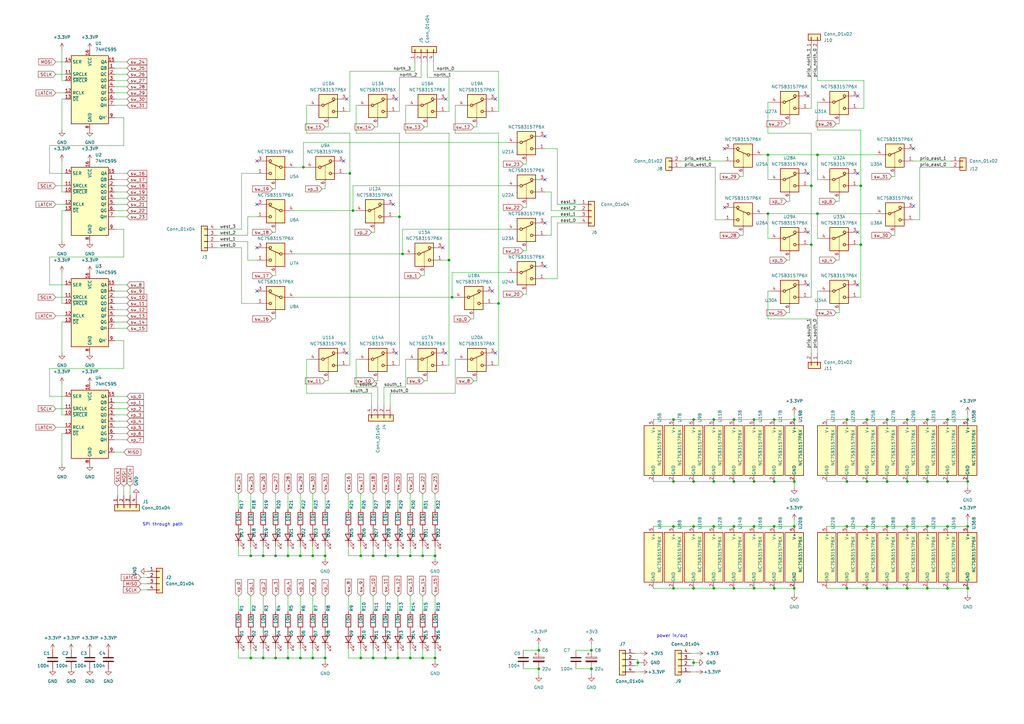
<source format=kicad_sch>
(kicad_sch (version 20230121) (generator eeschema)
  (paper "A3")
  (lib_symbols
    (symbol "74xx:74HC595"
      (property "Reference" "U" (at -7.62 13.97 0))
      (property "Value" "74HC595" (at -7.62 -16.51 0))
      (symbol "74HC595_1_0"
        (pin tri_state line (at 10.16 7.62 180) (length 2.54) (name "QB") (number "1"))
        (pin input line (at -10.16 2.54 0) (length 2.54) (name "~{SRCLR}") (number "10"))
        (pin input line (at -10.16 5.08 0) (length 2.54) (name "SRCLK") (number "11"))
        (pin input line (at -10.16 -2.54 0) (length 2.54) (name "RCLK") (number "12"))
        (pin input line (at -10.16 -5.08 0) (length 2.54) (name "~{OE}") (number "13"))
        (pin input line (at -10.16 10.16 0) (length 2.54) (name "SER") (number "14"))
        (pin tri_state line (at 10.16 10.16 180) (length 2.54) (name "QA") (number "15"))
        (pin power_in line (at 0 15.24 270) (length 2.54) (name "VCC") (number "16"))
        (pin tri_state line (at 10.16 5.08 180) (length 2.54) (name "QC") (number "2"))
        (pin tri_state line (at 10.16 2.54 180) (length 2.54) (name "QD") (number "3"))
        (pin tri_state line (at 10.16 0 180) (length 2.54) (name "QE") (number "4"))
        (pin tri_state line (at 10.16 -2.54 180) (length 2.54) (name "QF") (number "5"))
        (pin tri_state line (at 10.16 -5.08 180) (length 2.54) (name "QG") (number "6"))
        (pin tri_state line (at 10.16 -7.62 180) (length 2.54) (name "QH") (number "7"))
        (pin power_in line (at 0 -17.78 90) (length 2.54) (name "GND") (number "8"))
        (pin output line (at 10.16 -12.7 180) (length 2.54) (name "QH'") (number "9"))
      )
    )
    (symbol "Analog_Switch:NC7SB3157P6X" (pin_names (offset 0.127))
      (property "Reference" "U" (at -3.175 4.699 0))
      (property "Value" "NC7SB3157P6X" (at -3.175 2.921 0))
      (symbol "NC7SB3157P6X_1_1"
        (pin passive line (at 7.62 -5.08 180) (length 2.54) (name "~") (number "1"))
        (pin passive line (at 7.62 0 180) (length 2.54) (name "~") (number "3"))
        (pin passive line (at -7.62 -2.54 0) (length 2.54) (name "~") (number "4"))
        (pin input line (at 0 -10.16 90) (length 2.54) (name "~") (number "6"))
      )
      (symbol "NC7SB3157P6X_2_0"
        (pin power_in line (at 0 -12.7 90) (length 2.54) (name "GND") (number "2"))
        (pin power_in line (at 0 12.7 270) (length 2.54) (name "V+") (number "5"))
      )
    )
    (symbol "Connector_Generic:Conn_01x02" (pin_names (offset 1.016) hide)
      (property "Reference" "J" (at 0 2.54 0))
      (property "Value" "Conn_01x02" (at 0 -5.08 0))
      (symbol "Conn_01x02_1_1"
        (pin passive line (at -5.08 0 0) (length 3.81) (name "Pin_1") (number "1"))
        (pin passive line (at -5.08 -2.54 0) (length 3.81) (name "Pin_2") (number "2"))
      )
    )
    (symbol "Connector_Generic:Conn_01x04" (pin_names (offset 1.016) hide)
      (property "Reference" "J" (at 0 5.08 0))
      (property "Value" "Conn_01x04" (at 0 -7.62 0))
      (symbol "Conn_01x04_1_1"
        (pin passive line (at -5.08 2.54 0) (length 3.81) (name "Pin_1") (number "1"))
        (pin passive line (at -5.08 0 0) (length 3.81) (name "Pin_2") (number "2"))
        (pin passive line (at -5.08 -2.54 0) (length 3.81) (name "Pin_3") (number "3"))
        (pin passive line (at -5.08 -5.08 0) (length 3.81) (name "Pin_4") (number "4"))
      )
    )
    (symbol "Device:C" (pin_numbers hide) (pin_names (offset 0.254))
      (property "Reference" "C" (at 0.635 2.54 0))
      (property "Value" "C" (at 0.635 -2.54 0))
      (symbol "C_1_1"
        (pin passive line (at 0 3.81 270) (length 2.794) (name "~") (number "1"))
        (pin passive line (at 0 -3.81 90) (length 2.794) (name "~") (number "2"))
      )
    )
    (symbol "Device:C_Polarized" (pin_numbers hide) (pin_names (offset 0.254))
      (property "Reference" "C" (at 0.635 2.54 0))
      (property "Value" "C_Polarized" (at 0.635 -2.54 0))
      (symbol "C_Polarized_1_1"
        (pin passive line (at 0 3.81 270) (length 2.794) (name "~") (number "1"))
        (pin passive line (at 0 -3.81 90) (length 2.794) (name "~") (number "2"))
      )
    )
    (symbol "Device:LED" (pin_numbers hide) (pin_names (offset 1.016) hide)
      (property "Reference" "D" (at 0 2.54 0))
      (property "Value" "LED" (at 0 -2.54 0))
      (symbol "LED_1_1"
        (pin passive line (at -3.81 0 0) (length 2.54) (name "K") (number "1"))
        (pin passive line (at 3.81 0 180) (length 2.54) (name "A") (number "2"))
      )
    )
    (symbol "Device:R" (pin_numbers hide) (pin_names (offset 0))
      (property "Reference" "R" (at 2.032 0 90))
      (property "Value" "R" (at 0 0 90))
      (symbol "R_1_1"
        (pin passive line (at 0 3.81 270) (length 1.27) (name "~") (number "1"))
        (pin passive line (at 0 -3.81 90) (length 1.27) (name "~") (number "2"))
      )
    )
    (symbol "power:+3.3VP" (power) (pin_names (offset 0))
      (property "Value" "+3.3VP" (at 0 2.54 0))
      (symbol "+3.3VP_0_0"
        (pin power_in line (at 0 0 90) (length 0) hide (name "+3.3VP") (number "1"))
      )
    )
    (symbol "power:+3V3" (power) (pin_names (offset 0))
      (property "Value" "+3V3" (at 0 3.556 0))
      (symbol "+3V3_1_1"
        (pin power_in line (at 0 0 90) (length 0) hide (name "+3V3") (number "1"))
      )
    )
    (symbol "power:GND" (power) (pin_names (offset 0))
      (property "Value" "GND" (at 0 -3.81 0))
      (symbol "GND_1_1"
        (pin power_in line (at 0 0 270) (length 0) hide (name "GND") (number "1"))
      )
    )
  )
  (junction (at 168.275 227.965))
  (junction (at 363.855 215.9))
  (junction (at 173.355 269.875))
  (junction (at 133.35 227.965))
  (junction (at 292.735 215.9))
  (junction (at 276.225 215.9))
  (junction (at 133.35 269.875))
  (junction (at 325.755 197.485))
  (junction (at 300.99 241.3))
  (junction (at 168.275 269.875))
  (junction (at 372.11 215.9))
  (junction (at 276.225 241.3))
  (junction (at 123.19 227.965))
  (junction (at 388.62 241.3))
  (junction (at 372.11 197.485))
  (junction (at 220.98 274.32))
  (junction (at 347.345 197.485))
  (junction (at 355.6 215.9))
  (junction (at 380.365 215.9))
  (junction (at 284.48 271.78))
  (junction (at 143.51 71.12))
  (junction (at 309.245 241.3))
  (junction (at 317.5 197.485))
  (junction (at 325.755 241.3))
  (junction (at 276.225 172.085))
  (junction (at 292.735 241.3))
  (junction (at 388.62 197.485))
  (junction (at 276.225 197.485))
  (junction (at 300.99 172.085))
  (junction (at 118.11 269.875))
  (junction (at 309.245 197.485))
  (junction (at 396.875 241.3))
  (junction (at 396.875 197.485))
  (junction (at 396.875 172.085))
  (junction (at 261.62 271.78))
  (junction (at 325.755 172.085))
  (junction (at 128.27 269.875))
  (junction (at 242.57 274.32))
  (junction (at 347.345 215.9))
  (junction (at 355.6 172.085))
  (junction (at 317.5 241.3))
  (junction (at 292.735 197.485))
  (junction (at 380.365 172.085))
  (junction (at 153.035 269.875))
  (junction (at 388.62 215.9))
  (junction (at 355.6 241.3))
  (junction (at 173.355 227.965))
  (junction (at 317.5 172.085))
  (junction (at 113.03 269.875))
  (junction (at 353.06 76.2))
  (junction (at 163.195 269.875))
  (junction (at 363.855 241.3))
  (junction (at 144.78 86.36))
  (junction (at 165.1 104.14))
  (junction (at 388.62 172.085))
  (junction (at 178.435 227.965))
  (junction (at 284.48 172.085))
  (junction (at 163.83 88.9))
  (junction (at 300.99 197.485))
  (junction (at 204.47 124.46))
  (junction (at 372.11 172.085))
  (junction (at 332.74 100.33))
  (junction (at 220.98 266.7))
  (junction (at 314.96 87.63))
  (junction (at 178.435 269.875))
  (junction (at 113.03 227.965))
  (junction (at 107.95 269.875))
  (junction (at 123.19 269.875))
  (junction (at 335.28 87.63))
  (junction (at 396.875 215.9))
  (junction (at 158.115 269.875))
  (junction (at 124.46 68.58))
  (junction (at 309.245 215.9))
  (junction (at 163.195 227.965))
  (junction (at 309.245 172.085))
  (junction (at 118.11 227.965))
  (junction (at 363.855 197.485))
  (junction (at 332.74 76.2))
  (junction (at 300.99 215.9))
  (junction (at 347.345 172.085))
  (junction (at 353.06 100.33))
  (junction (at 153.035 227.965))
  (junction (at 314.96 63.5))
  (junction (at 242.57 266.7))
  (junction (at 380.365 241.3))
  (junction (at 380.365 197.485))
  (junction (at 128.27 227.965))
  (junction (at 185.42 121.92))
  (junction (at 284.48 215.9))
  (junction (at 102.87 227.965))
  (junction (at 147.955 227.965))
  (junction (at 325.755 215.9))
  (junction (at 317.5 215.9))
  (junction (at 107.95 227.965))
  (junction (at 184.15 106.68))
  (junction (at 355.6 197.485))
  (junction (at 147.955 269.875))
  (junction (at 347.345 241.3))
  (junction (at 284.48 241.3))
  (junction (at 284.48 197.485))
  (junction (at 292.735 172.085))
  (junction (at 363.855 172.085))
  (junction (at 102.87 269.875))
  (junction (at 372.11 241.3))
  (junction (at 335.28 63.5))
  (junction (at 158.115 227.965))
  (no_connect (at 105.41 119.38))
  (no_connect (at 297.18 60.96))
  (no_connect (at 162.56 144.78))
  (no_connect (at 374.65 60.96))
  (no_connect (at 223.52 109.22))
  (no_connect (at 142.24 144.78))
  (no_connect (at 201.93 119.38))
  (no_connect (at 162.56 40.64))
  (no_connect (at 105.41 66.04))
  (no_connect (at 182.88 40.64))
  (no_connect (at 331.47 116.84))
  (no_connect (at 105.41 101.6))
  (no_connect (at 182.88 144.78))
  (no_connect (at 331.47 39.37))
  (no_connect (at 351.79 95.25))
  (no_connect (at 331.47 95.25))
  (no_connect (at 351.79 71.12))
  (no_connect (at 161.29 83.82))
  (no_connect (at 351.79 39.37))
  (no_connect (at 331.47 71.12))
  (no_connect (at 181.61 101.6))
  (no_connect (at 203.2 144.78))
  (no_connect (at 351.79 116.84))
  (no_connect (at 374.65 84.455))
  (no_connect (at 223.52 91.44))
  (no_connect (at 297.18 85.09))
  (no_connect (at 223.52 55.88))
  (no_connect (at 140.97 66.04))
  (no_connect (at 203.2 40.64))
  (no_connect (at 105.41 83.82))
  (no_connect (at 223.52 73.66))
  (no_connect (at 142.24 40.64))
  (wire (pts (xy 335.28 53.34) (xy 353.06 53.34)))
  (wire (pts (xy 347.345 215.9) (xy 355.6 215.9)))
  (wire (pts (xy 123.19 224.155) (xy 123.19 227.965)))
  (wire (pts (xy 347.345 197.485) (xy 355.6 197.485)))
  (wire (pts (xy 226.06 88.9) (xy 237.49 88.9)))
  (wire (pts (xy 111.76 130.81) (xy 113.03 130.81)))
  (wire (pts (xy 97.79 244.475) (xy 97.79 250.825)))
  (wire (pts (xy 123.19 244.475) (xy 123.19 250.825)))
  (wire (pts (xy 261.62 270.51) (xy 260.35 270.51)))
  (wire (pts (xy 147.955 202.565) (xy 147.955 208.915)))
  (wire (pts (xy 267.97 241.3) (xy 276.225 241.3)))
  (wire (pts (xy 228.6 114.3) (xy 228.6 91.44)))
  (wire (pts (xy 22.86 83.82) (xy 26.67 83.82)))
  (wire (pts (xy 128.27 227.965) (xy 133.35 227.965)))
  (wire (pts (xy 195.58 52.07) (xy 195.58 50.8)))
  (wire (pts (xy 300.99 215.9) (xy 309.245 215.9)))
  (wire (pts (xy 181.61 106.68) (xy 184.15 106.68)))
  (wire (pts (xy 113.03 113.03) (xy 113.03 111.76)))
  (wire (pts (xy 46.99 25.4) (xy 52.07 25.4)))
  (wire (pts (xy 153.035 244.475) (xy 153.035 250.825)))
  (wire (pts (xy 142.875 202.565) (xy 142.875 208.915)))
  (wire (pts (xy 173.99 113.03) (xy 173.99 111.76)))
  (wire (pts (xy 46.99 76.2) (xy 52.07 76.2)))
  (wire (pts (xy 25.4 132.08) (xy 25.4 144.78)))
  (wire (pts (xy 184.15 45.72) (xy 182.88 45.72)))
  (wire (pts (xy 204.47 54.61) (xy 204.47 124.46)))
  (wire (pts (xy 178.435 202.565) (xy 178.435 208.915)))
  (wire (pts (xy 380.365 197.485) (xy 388.62 197.485)))
  (wire (pts (xy 309.245 215.9) (xy 317.5 215.9)))
  (wire (pts (xy 309.245 241.3) (xy 317.5 241.3)))
  (wire (pts (xy 303.53 96.52) (xy 304.8 96.52)))
  (wire (pts (xy 380.365 241.3) (xy 388.62 241.3)))
  (wire (pts (xy 339.09 172.085) (xy 347.345 172.085)))
  (wire (pts (xy 163.195 266.065) (xy 163.195 269.875)))
  (wire (pts (xy 332.74 130.81) (xy 332.74 144.78)))
  (wire (pts (xy 317.5 172.085) (xy 325.755 172.085)))
  (wire (pts (xy 175.26 156.21) (xy 175.26 154.94)))
  (wire (pts (xy 292.735 241.3) (xy 300.99 241.3)))
  (wire (pts (xy 336.55 41.91) (xy 335.28 41.91)))
  (wire (pts (xy 323.85 82.55) (xy 323.85 81.28)))
  (wire (pts (xy 267.97 172.085) (xy 276.225 172.085)))
  (wire (pts (xy 175.26 52.07) (xy 175.26 50.8)))
  (wire (pts (xy 178.435 266.065) (xy 178.435 269.875)))
  (wire (pts (xy 102.87 227.965) (xy 107.95 227.965)))
  (wire (pts (xy 167.64 147.32) (xy 166.37 147.32)))
  (wire (pts (xy 147.955 224.155) (xy 147.955 227.965)))
  (wire (pts (xy 107.95 227.965) (xy 113.03 227.965)))
  (wire (pts (xy 158.115 227.965) (xy 163.195 227.965)))
  (wire (pts (xy 113.03 202.565) (xy 113.03 208.915)))
  (wire (pts (xy 113.03 224.155) (xy 113.03 227.965)))
  (wire (pts (xy 303.53 72.39) (xy 304.8 72.39)))
  (wire (pts (xy 123.19 266.065) (xy 123.19 269.875)))
  (wire (pts (xy 22.86 76.2) (xy 26.67 76.2)))
  (wire (pts (xy 22.86 167.64) (xy 26.67 167.64)))
  (wire (pts (xy 133.35 52.07) (xy 134.62 52.07)))
  (wire (pts (xy 175.26 25.4) (xy 175.26 31.75)))
  (wire (pts (xy 46.99 93.98) (xy 50.8 93.98)))
  (wire (pts (xy 120.65 121.92) (xy 185.42 121.92)))
  (wire (pts (xy 353.06 100.33) (xy 353.06 121.92)))
  (wire (pts (xy 173.355 269.875) (xy 178.435 269.875)))
  (wire (pts (xy 284.48 273.05) (xy 284.48 271.78)))
  (wire (pts (xy 367.03 72.39) (xy 367.03 71.12)))
  (wire (pts (xy 353.06 53.34) (xy 353.06 76.2)))
  (wire (pts (xy 22.86 25.4) (xy 26.67 25.4)))
  (wire (pts (xy 332.74 76.2) (xy 332.74 100.33)))
  (wire (pts (xy 325.755 213.36) (xy 325.755 215.9)))
  (wire (pts (xy 46.99 40.64) (xy 52.07 40.64)))
  (wire (pts (xy 293.37 90.17) (xy 297.18 90.17)))
  (wire (pts (xy 284.48 215.9) (xy 292.735 215.9)))
  (wire (pts (xy 163.83 149.86) (xy 162.56 149.86)))
  (wire (pts (xy 168.275 266.065) (xy 168.275 269.875)))
  (wire (pts (xy 107.95 224.155) (xy 107.95 227.965)))
  (wire (pts (xy 142.875 244.475) (xy 142.875 250.825)))
  (wire (pts (xy 223.52 60.96) (xy 228.6 60.96)))
  (wire (pts (xy 46.99 27.94) (xy 52.07 27.94)))
  (wire (pts (xy 118.11 202.565) (xy 118.11 208.915)))
  (wire (pts (xy 97.79 224.155) (xy 97.79 227.965)))
  (wire (pts (xy 323.85 106.68) (xy 323.85 105.41)))
  (wire (pts (xy 111.76 77.47) (xy 113.03 77.47)))
  (wire (pts (xy 184.15 54.61) (xy 184.15 106.68)))
  (wire (pts (xy 214.63 120.65) (xy 215.9 120.65)))
  (wire (pts (xy 186.69 121.92) (xy 185.42 121.92)))
  (wire (pts (xy 284.48 172.085) (xy 292.735 172.085)))
  (wire (pts (xy 260.35 267.97) (xy 262.89 267.97)))
  (wire (pts (xy 314.96 87.63) (xy 335.28 87.63)))
  (wire (pts (xy 153.67 95.25) (xy 153.67 93.98)))
  (wire (pts (xy 284.48 241.3) (xy 292.735 241.3)))
  (wire (pts (xy 377.19 68.58) (xy 389.89 68.58)))
  (wire (pts (xy 128.27 202.565) (xy 128.27 208.915)))
  (wire (pts (xy 46.99 43.18) (xy 52.07 43.18)))
  (wire (pts (xy 46.99 30.48) (xy 52.07 30.48)))
  (wire (pts (xy 178.435 224.155) (xy 178.435 227.965)))
  (wire (pts (xy 146.05 86.36) (xy 144.78 86.36)))
  (wire (pts (xy 163.83 31.75) (xy 172.72 31.75)))
  (wire (pts (xy 142.875 266.065) (xy 142.875 269.875)))
  (wire (pts (xy 377.19 68.58) (xy 377.19 90.17)))
  (wire (pts (xy 396.875 197.485) (xy 396.875 200.025)))
  (wire (pts (xy 335.28 73.66) (xy 336.55 73.66)))
  (wire (pts (xy 372.11 215.9) (xy 380.365 215.9)))
  (wire (pts (xy 102.87 266.065) (xy 102.87 269.875)))
  (wire (pts (xy 46.99 124.46) (xy 52.07 124.46)))
  (wire (pts (xy 344.17 82.55) (xy 344.17 81.28)))
  (wire (pts (xy 88.9 93.98) (xy 99.06 93.98)))
  (wire (pts (xy 178.435 244.475) (xy 178.435 250.825)))
  (wire (pts (xy 194.31 52.07) (xy 195.58 52.07)))
  (wire (pts (xy 46.99 78.74) (xy 52.07 78.74)))
  (wire (pts (xy 204.47 124.46) (xy 204.47 149.86)))
  (wire (pts (xy 223.52 114.3) (xy 228.6 114.3)))
  (wire (pts (xy 363.855 197.485) (xy 372.11 197.485)))
  (wire (pts (xy 118.11 244.475) (xy 118.11 250.825)))
  (wire (pts (xy 50.8 93.98) (xy 50.8 105.41)))
  (wire (pts (xy 293.37 68.58) (xy 293.37 90.17)))
  (wire (pts (xy 97.79 227.965) (xy 102.87 227.965)))
  (wire (pts (xy 105.41 88.9) (xy 101.6 88.9)))
  (wire (pts (xy 158.115 244.475) (xy 158.115 250.825)))
  (wire (pts (xy 388.62 241.3) (xy 396.875 241.3)))
  (wire (pts (xy 363.855 215.9) (xy 372.11 215.9)))
  (wire (pts (xy 22.86 30.48) (xy 26.67 30.48)))
  (wire (pts (xy 123.19 227.965) (xy 128.27 227.965)))
  (wire (pts (xy 322.58 82.55) (xy 323.85 82.55)))
  (wire (pts (xy 46.99 127) (xy 52.07 127)))
  (wire (pts (xy 236.22 274.32) (xy 242.57 274.32)))
  (wire (pts (xy 102.87 224.155) (xy 102.87 227.965)))
  (wire (pts (xy 22.86 38.1) (xy 26.67 38.1)))
  (wire (pts (xy 186.69 54.61) (xy 204.47 54.61)))
  (wire (pts (xy 143.51 45.72) (xy 142.24 45.72)))
  (wire (pts (xy 88.9 101.6) (xy 99.06 101.6)))
  (wire (pts (xy 194.31 156.21) (xy 195.58 156.21)))
  (wire (pts (xy 322.58 128.27) (xy 323.85 128.27)))
  (wire (pts (xy 236.22 266.7) (xy 242.57 266.7)))
  (wire (pts (xy 173.99 156.21) (xy 175.26 156.21)))
  (wire (pts (xy 187.96 43.18) (xy 186.69 43.18)))
  (wire (pts (xy 354.33 44.45) (xy 351.79 44.45)))
  (wire (pts (xy 276.225 172.085) (xy 284.48 172.085)))
  (wire (pts (xy 215.9 67.31) (xy 215.9 66.04)))
  (wire (pts (xy 279.4 68.58) (xy 293.37 68.58)))
  (wire (pts (xy 101.6 88.9) (xy 101.6 96.52)))
  (wire (pts (xy 193.04 130.81) (xy 194.31 130.81)))
  (wire (pts (xy 214.63 266.7) (xy 220.98 266.7)))
  (wire (pts (xy 300.99 172.085) (xy 309.245 172.085)))
  (wire (pts (xy 46.99 71.12) (xy 52.07 71.12)))
  (wire (pts (xy 143.51 54.61) (xy 143.51 71.12)))
  (wire (pts (xy 300.99 241.3) (xy 309.245 241.3)))
  (wire (pts (xy 317.5 215.9) (xy 325.755 215.9)))
  (wire (pts (xy 223.52 78.74) (xy 226.06 78.74)))
  (wire (pts (xy 157.48 158.75) (xy 157.48 166.37)))
  (wire (pts (xy 335.28 20.32) (xy 335.28 33.02)))
  (wire (pts (xy 325.755 241.3) (xy 325.755 243.84)))
  (wire (pts (xy 388.62 215.9) (xy 396.875 215.9)))
  (wire (pts (xy 195.58 156.21) (xy 195.58 154.94)))
  (wire (pts (xy 204.47 149.86) (xy 203.2 149.86)))
  (wire (pts (xy 372.11 172.085) (xy 380.365 172.085)))
  (wire (pts (xy 26.67 124.46) (xy 25.4 124.46)))
  (wire (pts (xy 304.8 72.39) (xy 304.8 71.12)))
  (wire (pts (xy 163.195 269.875) (xy 168.275 269.875)))
  (wire (pts (xy 372.11 241.3) (xy 380.365 241.3)))
  (wire (pts (xy 154.94 156.21) (xy 154.94 154.94)))
  (wire (pts (xy 125.73 161.29) (xy 152.4 161.29)))
  (wire (pts (xy 153.67 52.07) (xy 154.94 52.07)))
  (wire (pts (xy 46.99 139.7) (xy 50.8 139.7)))
  (wire (pts (xy 317.5 241.3) (xy 325.755 241.3)))
  (wire (pts (xy 292.735 172.085) (xy 300.99 172.085)))
  (wire (pts (xy 118.11 266.065) (xy 118.11 269.875)))
  (wire (pts (xy 292.735 197.485) (xy 300.99 197.485)))
  (wire (pts (xy 46.99 86.36) (xy 52.07 86.36)))
  (wire (pts (xy 165.1 104.14) (xy 165.1 93.98)))
  (wire (pts (xy 107.95 202.565) (xy 107.95 208.915)))
  (wire (pts (xy 26.67 86.36) (xy 25.4 86.36)))
  (wire (pts (xy 134.62 52.07) (xy 134.62 50.8)))
  (wire (pts (xy 50.8 203.2) (xy 50.8 199.39)))
  (wire (pts (xy 163.83 88.9) (xy 163.83 149.86)))
  (wire (pts (xy 46.99 175.26) (xy 52.07 175.26)))
  (wire (pts (xy 88.9 99.06) (xy 101.6 99.06)))
  (wire (pts (xy 388.62 172.085) (xy 396.875 172.085)))
  (wire (pts (xy 332.74 20.32) (xy 332.74 44.45)))
  (wire (pts (xy 147.32 147.32) (xy 146.05 147.32)))
  (wire (pts (xy 312.42 87.63) (xy 314.96 87.63)))
  (wire (pts (xy 276.225 215.9) (xy 284.48 215.9)))
  (wire (pts (xy 57.785 239.395) (xy 60.325 239.395)))
  (wire (pts (xy 120.65 104.14) (xy 165.1 104.14)))
  (wire (pts (xy 26.67 132.08) (xy 25.4 132.08)))
  (wire (pts (xy 178.435 269.875) (xy 178.435 271.145)))
  (wire (pts (xy 220.98 264.16) (xy 220.98 266.7)))
  (wire (pts (xy 133.35 227.965) (xy 133.35 229.235)))
  (wire (pts (xy 344.17 106.68) (xy 344.17 105.41)))
  (wire (pts (xy 335.28 119.38) (xy 335.28 144.78)))
  (wire (pts (xy 46.99 132.08) (xy 52.07 132.08)))
  (wire (pts (xy 127 43.18) (xy 125.73 43.18)))
  (wire (pts (xy 154.94 158.75) (xy 154.94 166.37)))
  (wire (pts (xy 46.99 119.38) (xy 52.07 119.38)))
  (wire (pts (xy 163.83 45.72) (xy 162.56 45.72)))
  (wire (pts (xy 132.08 77.47) (xy 133.35 77.47)))
  (wire (pts (xy 322.58 106.68) (xy 323.85 106.68)))
  (wire (pts (xy 194.31 130.81) (xy 194.31 129.54)))
  (wire (pts (xy 372.11 197.485) (xy 380.365 197.485)))
  (wire (pts (xy 102.87 202.565) (xy 102.87 208.915)))
  (wire (pts (xy 335.28 41.91) (xy 335.28 53.34)))
  (wire (pts (xy 26.67 33.02) (xy 25.4 33.02)))
  (wire (pts (xy 166.37 158.75) (xy 157.48 158.75)))
  (wire (pts (xy 146.05 158.75) (xy 154.94 158.75)))
  (wire (pts (xy 167.64 43.18) (xy 166.37 43.18)))
  (wire (pts (xy 127 147.32) (xy 125.73 147.32)))
  (wire (pts (xy 396.875 169.545) (xy 396.875 172.085)))
  (wire (pts (xy 146.05 54.61) (xy 163.83 54.61)))
  (wire (pts (xy 113.03 227.965) (xy 118.11 227.965)))
  (wire (pts (xy 147.955 269.875) (xy 153.035 269.875)))
  (wire (pts (xy 120.65 68.58) (xy 124.46 68.58)))
  (wire (pts (xy 186.69 161.29) (xy 160.02 161.29)))
  (wire (pts (xy 187.96 147.32) (xy 186.69 147.32)))
  (wire (pts (xy 46.99 165.1) (xy 52.07 165.1)))
  (wire (pts (xy 163.195 227.965) (xy 168.275 227.965)))
  (wire (pts (xy 120.65 86.36) (xy 144.78 86.36)))
  (wire (pts (xy 163.195 244.475) (xy 163.195 250.825)))
  (wire (pts (xy 172.72 25.4) (xy 172.72 31.75)))
  (wire (pts (xy 215.9 120.65) (xy 215.9 119.38)))
  (wire (pts (xy 161.29 88.9) (xy 163.83 88.9)))
  (wire (pts (xy 147.32 43.18) (xy 146.05 43.18)))
  (wire (pts (xy 111.76 95.25) (xy 113.03 95.25)))
  (wire (pts (xy 365.76 72.39) (xy 367.03 72.39)))
  (wire (pts (xy 363.855 172.085) (xy 372.11 172.085)))
  (wire (pts (xy 260.35 273.05) (xy 261.62 273.05)))
  (wire (pts (xy 46.99 180.34) (xy 52.07 180.34)))
  (wire (pts (xy 102.87 269.875) (xy 107.95 269.875)))
  (wire (pts (xy 351.79 100.33) (xy 353.06 100.33)))
  (wire (pts (xy 166.37 54.61) (xy 184.15 54.61)))
  (wire (pts (xy 300.99 197.485) (xy 309.245 197.485)))
  (wire (pts (xy 184.15 31.75) (xy 175.26 31.75)))
  (wire (pts (xy 331.47 76.2) (xy 332.74 76.2)))
  (wire (pts (xy 163.195 202.565) (xy 163.195 208.915)))
  (wire (pts (xy 214.63 102.87) (xy 215.9 102.87)))
  (wire (pts (xy 347.345 172.085) (xy 355.6 172.085)))
  (wire (pts (xy 153.035 269.875) (xy 158.115 269.875)))
  (wire (pts (xy 339.09 241.3) (xy 347.345 241.3)))
  (wire (pts (xy 228.6 83.82) (xy 237.49 83.82)))
  (wire (pts (xy 46.99 162.56) (xy 52.07 162.56)))
  (wire (pts (xy 154.94 52.07) (xy 154.94 50.8)))
  (wire (pts (xy 226.06 86.36) (xy 237.49 86.36)))
  (wire (pts (xy 22.86 129.54) (xy 26.67 129.54)))
  (wire (pts (xy 166.37 104.14) (xy 165.1 104.14)))
  (wire (pts (xy 142.875 227.965) (xy 147.955 227.965)))
  (wire (pts (xy 143.51 149.86) (xy 142.24 149.86)))
  (wire (pts (xy 113.03 95.25) (xy 113.03 93.98)))
  (wire (pts (xy 284.48 197.485) (xy 292.735 197.485)))
  (wire (pts (xy 168.275 244.475) (xy 168.275 250.825)))
  (wire (pts (xy 377.19 90.17) (xy 374.65 90.17)))
  (wire (pts (xy 374.65 66.04) (xy 389.89 66.04)))
  (wire (pts (xy 97.79 269.875) (xy 102.87 269.875)))
  (wire (pts (xy 317.5 197.485) (xy 325.755 197.485)))
  (wire (pts (xy 168.275 227.965) (xy 173.355 227.965)))
  (wire (pts (xy 128.27 269.875) (xy 133.35 269.875)))
  (wire (pts (xy 113.03 266.065) (xy 113.03 269.875)))
  (wire (pts (xy 173.355 227.965) (xy 178.435 227.965)))
  (wire (pts (xy 388.62 197.485) (xy 396.875 197.485)))
  (wire (pts (xy 25.4 157.48) (xy 25.4 170.18)))
  (wire (pts (xy 113.03 244.475) (xy 113.03 250.825)))
  (wire (pts (xy 226.06 96.52) (xy 226.06 88.9)))
  (wire (pts (xy 214.63 85.09) (xy 215.9 85.09)))
  (wire (pts (xy 168.275 202.565) (xy 168.275 208.915)))
  (wire (pts (xy 365.76 96.52) (xy 367.03 96.52)))
  (wire (pts (xy 204.47 29.21) (xy 177.8 29.21)))
  (wire (pts (xy 158.115 266.065) (xy 158.115 269.875)))
  (wire (pts (xy 57.785 241.935) (xy 60.325 241.935)))
  (wire (pts (xy 153.035 224.155) (xy 153.035 227.965)))
  (wire (pts (xy 316.23 119.38) (xy 314.96 119.38)))
  (wire (pts (xy 125.73 54.61) (xy 143.51 54.61)))
  (wire (pts (xy 118.11 224.155) (xy 118.11 227.965)))
  (wire (pts (xy 342.9 50.8) (xy 344.17 50.8)))
  (wire (pts (xy 25.4 177.8) (xy 25.4 190.5)))
  (wire (pts (xy 25.4 40.64) (xy 25.4 53.34)))
  (wire (pts (xy 322.58 50.8) (xy 323.85 50.8)))
  (wire (pts (xy 332.74 121.92) (xy 331.47 121.92)))
  (wire (pts (xy 118.11 269.875) (xy 123.19 269.875)))
  (wire (pts (xy 284.48 270.51) (xy 283.21 270.51)))
  (wire (pts (xy 335.28 33.02) (xy 354.33 33.02)))
  (wire (pts (xy 163.83 54.61) (xy 163.83 88.9)))
  (wire (pts (xy 332.74 54.61) (xy 332.74 76.2)))
  (wire (pts (xy 215.9 85.09) (xy 215.9 83.82)))
  (wire (pts (xy 283.21 275.59) (xy 285.75 275.59)))
  (wire (pts (xy 142.875 224.155) (xy 142.875 227.965)))
  (wire (pts (xy 276.225 197.485) (xy 284.48 197.485)))
  (wire (pts (xy 147.955 244.475) (xy 147.955 250.825)))
  (wire (pts (xy 380.365 172.085) (xy 388.62 172.085)))
  (wire (pts (xy 325.755 197.485) (xy 325.755 200.025)))
  (wire (pts (xy 97.79 266.065) (xy 97.79 269.875)))
  (wire (pts (xy 226.06 78.74) (xy 226.06 86.36)))
  (wire (pts (xy 25.4 20.32) (xy 25.4 33.02)))
  (wire (pts (xy 283.21 273.05) (xy 284.48 273.05)))
  (wire (pts (xy 118.11 227.965) (xy 123.19 227.965)))
  (wire (pts (xy 267.97 197.485) (xy 276.225 197.485)))
  (wire (pts (xy 158.115 224.155) (xy 158.115 227.965)))
  (wire (pts (xy 46.99 73.66) (xy 52.07 73.66)))
  (wire (pts (xy 355.6 172.085) (xy 363.855 172.085)))
  (wire (pts (xy 147.955 227.965) (xy 153.035 227.965)))
  (wire (pts (xy 107.95 266.065) (xy 107.95 269.875)))
  (wire (pts (xy 367.03 96.52) (xy 367.03 95.25)))
  (wire (pts (xy 163.195 224.155) (xy 163.195 227.965)))
  (wire (pts (xy 342.9 82.55) (xy 344.17 82.55)))
  (wire (pts (xy 215.9 102.87) (xy 215.9 101.6)))
  (wire (pts (xy 158.115 202.565) (xy 158.115 208.915)))
  (wire (pts (xy 184.15 45.72) (xy 184.15 31.75)))
  (wire (pts (xy 228.6 60.96) (xy 228.6 83.82)))
  (wire (pts (xy 261.62 271.78) (xy 261.62 270.51)))
  (wire (pts (xy 314.96 41.91) (xy 314.96 54.61)))
  (wire (pts (xy 124.46 58.42) (xy 208.28 58.42)))
  (wire (pts (xy 223.52 96.52) (xy 226.06 96.52)))
  (wire (pts (xy 309.245 197.485) (xy 317.5 197.485)))
  (wire (pts (xy 26.67 78.74) (xy 25.4 78.74)))
  (wire (pts (xy 97.79 202.565) (xy 97.79 208.915)))
  (wire (pts (xy 123.19 202.565) (xy 123.19 208.915)))
  (wire (pts (xy 184.15 106.68) (xy 184.15 149.86)))
  (wire (pts (xy 185.42 121.92) (xy 185.42 111.76)))
  (wire (pts (xy 46.99 38.1) (xy 52.07 38.1)))
  (wire (pts (xy 46.99 48.26) (xy 50.8 48.26)))
  (wire (pts (xy 336.55 119.38) (xy 335.28 119.38)))
  (wire (pts (xy 50.8 139.7) (xy 50.8 151.13)))
  (wire (pts (xy 46.99 177.8) (xy 52.07 177.8)))
  (wire (pts (xy 166.37 147.32) (xy 166.37 158.75)))
  (wire (pts (xy 153.035 266.065) (xy 153.035 269.875)))
  (wire (pts (xy 147.955 266.065) (xy 147.955 269.875)))
  (wire (pts (xy 26.67 177.8) (xy 25.4 177.8)))
  (wire (pts (xy 185.42 111.76) (xy 208.28 111.76)))
  (wire (pts (xy 46.99 167.64) (xy 52.07 167.64)))
  (wire (pts (xy 342.9 106.68) (xy 344.17 106.68)))
  (wire (pts (xy 107.95 244.475) (xy 107.95 250.825)))
  (wire (pts (xy 46.99 116.84) (xy 52.07 116.84)))
  (wire (pts (xy 353.06 121.92) (xy 351.79 121.92)))
  (wire (pts (xy 140.97 71.12) (xy 143.51 71.12)))
  (wire (pts (xy 133.35 156.21) (xy 134.62 156.21)))
  (wire (pts (xy 339.09 197.485) (xy 347.345 197.485)))
  (wire (pts (xy 20.32 116.84) (xy 26.67 116.84)))
  (wire (pts (xy 279.4 66.04) (xy 297.18 66.04)))
  (wire (pts (xy 316.23 97.79) (xy 314.96 97.79)))
  (wire (pts (xy 25.4 111.76) (xy 25.4 124.46)))
  (wire (pts (xy 347.345 241.3) (xy 355.6 241.3)))
  (wire (pts (xy 107.95 269.875) (xy 113.03 269.875)))
  (wire (pts (xy 168.275 224.155) (xy 168.275 227.965)))
  (wire (pts (xy 146.05 43.18) (xy 146.05 54.61)))
  (wire (pts (xy 143.51 45.72) (xy 143.51 29.21)))
  (wire (pts (xy 332.74 44.45) (xy 331.47 44.45)))
  (wire (pts (xy 143.51 29.21) (xy 170.18 29.21)))
  (wire (pts (xy 46.99 81.28) (xy 52.07 81.28)))
  (wire (pts (xy 105.41 124.46) (xy 99.06 124.46)))
  (wire (pts (xy 123.19 269.875) (xy 128.27 269.875)))
  (wire (pts (xy 99.06 71.12) (xy 99.06 93.98)))
  (wire (pts (xy 133.35 224.155) (xy 133.35 227.965)))
  (wire (pts (xy 344.17 128.27) (xy 344.17 127)))
  (wire (pts (xy 335.28 87.63) (xy 335.28 97.79)))
  (wire (pts (xy 125.73 147.32) (xy 125.73 161.29)))
  (wire (pts (xy 220.98 274.32) (xy 220.98 276.86)))
  (wire (pts (xy 173.99 52.07) (xy 175.26 52.07)))
  (wire (pts (xy 20.32 151.13) (xy 20.32 162.56)))
  (wire (pts (xy 214.63 274.32) (xy 220.98 274.32)))
  (wire (pts (xy 134.62 156.21) (xy 134.62 154.94)))
  (wire (pts (xy 153.035 227.965) (xy 158.115 227.965)))
  (wire (pts (xy 314.96 54.61) (xy 332.74 54.61)))
  (wire (pts (xy 20.32 162.56) (xy 26.67 162.56)))
  (wire (pts (xy 332.74 100.33) (xy 332.74 121.92)))
  (wire (pts (xy 261.62 273.05) (xy 261.62 271.78)))
  (wire (pts (xy 26.67 170.18) (xy 25.4 170.18)))
  (wire (pts (xy 46.99 121.92) (xy 52.07 121.92)))
  (wire (pts (xy 46.99 134.62) (xy 52.07 134.62)))
  (wire (pts (xy 153.67 156.21) (xy 154.94 156.21)))
  (wire (pts (xy 144.78 76.2) (xy 208.28 76.2)))
  (wire (pts (xy 339.09 215.9) (xy 347.345 215.9)))
  (wire (pts (xy 105.41 71.12) (xy 99.06 71.12)))
  (wire (pts (xy 242.57 264.16) (xy 242.57 266.7)))
  (wire (pts (xy 153.035 202.565) (xy 153.035 208.915)))
  (wire (pts (xy 355.6 197.485) (xy 363.855 197.485)))
  (wire (pts (xy 142.875 269.875) (xy 147.955 269.875)))
  (wire (pts (xy 46.99 172.72) (xy 52.07 172.72)))
  (wire (pts (xy 260.35 275.59) (xy 262.89 275.59)))
  (wire (pts (xy 20.32 116.84) (xy 20.32 105.41)))
  (wire (pts (xy 168.275 269.875) (xy 173.355 269.875)))
  (wire (pts (xy 228.6 91.44) (xy 237.49 91.44)))
  (wire (pts (xy 284.48 271.78) (xy 285.75 271.78)))
  (wire (pts (xy 128.27 244.475) (xy 128.27 250.825)))
  (wire (pts (xy 146.05 147.32) (xy 146.05 158.75)))
  (wire (pts (xy 186.69 147.32) (xy 186.69 161.29)))
  (wire (pts (xy 214.63 67.31) (xy 215.9 67.31)))
  (wire (pts (xy 166.37 43.18) (xy 166.37 54.61)))
  (wire (pts (xy 105.41 106.68) (xy 101.6 106.68)))
  (wire (pts (xy 113.03 130.81) (xy 113.03 129.54)))
  (wire (pts (xy 173.355 244.475) (xy 173.355 250.825)))
  (wire (pts (xy 25.4 66.04) (xy 25.4 78.74)))
  (wire (pts (xy 102.87 244.475) (xy 102.87 250.825)))
  (wire (pts (xy 354.33 33.02) (xy 354.33 44.45)))
  (wire (pts (xy 173.355 266.065) (xy 173.355 269.875)))
  (wire (pts (xy 267.97 215.9) (xy 276.225 215.9)))
  (wire (pts (xy 242.57 274.32) (xy 242.57 276.86)))
  (wire (pts (xy 172.72 113.03) (xy 173.99 113.03)))
  (wire (pts (xy 101.6 106.68) (xy 101.6 99.06)))
  (wire (pts (xy 261.62 271.78) (xy 262.89 271.78)))
  (wire (pts (xy 163.83 45.72) (xy 163.83 31.75)))
  (wire (pts (xy 133.35 266.065) (xy 133.35 269.875)))
  (wire (pts (xy 26.67 40.64) (xy 25.4 40.64)))
  (wire (pts (xy 344.17 50.8) (xy 344.17 49.53)))
  (wire (pts (xy 380.365 215.9) (xy 388.62 215.9)))
  (wire (pts (xy 353.06 76.2) (xy 353.06 100.33)))
  (wire (pts (xy 50.8 151.13) (xy 20.32 151.13)))
  (wire (pts (xy 323.85 128.27) (xy 323.85 127)))
  (wire (pts (xy 304.8 96.52) (xy 304.8 95.25)))
  (wire (pts (xy 276.225 241.3) (xy 284.48 241.3)))
  (wire (pts (xy 113.03 77.47) (xy 113.03 76.2)))
  (wire (pts (xy 186.69 43.18) (xy 186.69 54.61)))
  (wire (pts (xy 133.35 269.875) (xy 133.35 271.145)))
  (wire (pts (xy 48.26 203.2) (xy 48.26 199.39)))
  (wire (pts (xy 201.93 124.46) (xy 204.47 124.46)))
  (wire (pts (xy 152.4 161.29) (xy 152.4 166.37)))
  (wire (pts (xy 332.74 130.81) (xy 314.96 130.81)))
  (wire (pts (xy 50.8 48.26) (xy 50.8 59.69)))
  (wire (pts (xy 53.34 203.2) (xy 53.34 199.39)))
  (wire (pts (xy 335.28 63.5) (xy 335.28 73.66)))
  (wire (pts (xy 57.785 236.855) (xy 60.325 236.855)))
  (wire (pts (xy 363.855 241.3) (xy 372.11 241.3)))
  (wire (pts (xy 46.99 35.56) (xy 52.07 35.56)))
  (wire (pts (xy 351.79 76.2) (xy 353.06 76.2)))
  (wire (pts (xy 204.47 45.72) (xy 204.47 29.21)))
  (wire (pts (xy 133.35 202.565) (xy 133.35 208.915)))
  (wire (pts (xy 113.03 269.875) (xy 118.11 269.875)))
  (wire (pts (xy 160.02 161.29) (xy 160.02 166.37)))
  (wire (pts (xy 283.21 267.97) (xy 285.75 267.97)))
  (wire (pts (xy 335.28 63.5) (xy 359.41 63.5)))
  (wire (pts (xy 177.8 25.4) (xy 177.8 29.21)))
  (wire (pts (xy 342.9 128.27) (xy 344.17 128.27)))
  (wire (pts (xy 50.8 59.69) (xy 20.32 59.69)))
  (wire (pts (xy 314.96 63.5) (xy 335.28 63.5)))
  (wire (pts (xy 124.46 68.58) (xy 124.46 58.42)))
  (wire (pts (xy 396.875 241.3) (xy 396.875 243.84)))
  (wire (pts (xy 336.55 97.79) (xy 335.28 97.79)))
  (wire (pts (xy 46.99 88.9) (xy 52.07 88.9)))
  (wire (pts (xy 46.99 83.82) (xy 52.07 83.82)))
  (wire (pts (xy 314.96 87.63) (xy 314.96 97.79)))
  (wire (pts (xy 133.35 244.475) (xy 133.35 250.825)))
  (wire (pts (xy 204.47 45.72) (xy 203.2 45.72)))
  (wire (pts (xy 46.99 129.54) (xy 52.07 129.54)))
  (wire (pts (xy 165.1 93.98) (xy 208.28 93.98)))
  (wire (pts (xy 22.86 121.92) (xy 26.67 121.92)))
  (wire (pts (xy 46.99 33.02) (xy 52.07 33.02)))
  (wire (pts (xy 309.245 172.085) (xy 317.5 172.085)))
  (wire (pts (xy 173.355 202.565) (xy 173.355 208.915)))
  (wire (pts (xy 111.76 113.03) (xy 113.03 113.03)))
  (wire (pts (xy 355.6 215.9) (xy 363.855 215.9)))
  (wire (pts (xy 152.4 95.25) (xy 153.67 95.25)))
  (wire (pts (xy 312.42 63.5) (xy 314.96 63.5)))
  (wire (pts (xy 325.755 169.545) (xy 325.755 172.085)))
  (wire (pts (xy 184.15 149.86) (xy 182.88 149.86)))
  (wire (pts (xy 292.735 215.9) (xy 300.99 215.9)))
  (wire (pts (xy 20.32 71.12) (xy 26.67 71.12)))
  (wire (pts (xy 25.4 86.36) (xy 25.4 99.06)))
  (wire (pts (xy 124.46 68.58) (xy 125.73 68.58)))
  (wire (pts (xy 20.32 59.69) (xy 20.32 71.12)))
  (wire (pts (xy 335.28 87.63) (xy 359.41 87.63)))
  (wire (pts (xy 170.18 25.4) (xy 170.18 29.21)))
  (wire (pts (xy 128.27 266.065) (xy 128.27 269.875)))
  (wire (pts (xy 316.23 41.91) (xy 314.96 41.91)))
  (wire (pts (xy 46.99 185.42) (xy 50.8 185.42)))
  (wire (pts (xy 323.85 50.8) (xy 323.85 49.53)))
  (wire (pts (xy 355.6 241.3) (xy 363.855 241.3)))
  (wire (pts (xy 88.9 96.52) (xy 101.6 96.52)))
  (wire (pts (xy 99.06 124.46) (xy 99.06 101.6)))
  (wire (pts (xy 22.86 175.26) (xy 26.67 175.26)))
  (wire (pts (xy 133.35 77.47) (xy 133.35 76.2)))
  (wire (pts (xy 128.27 224.155) (xy 128.27 227.965)))
  (wire (pts (xy 331.47 100.33) (xy 332.74 100.33)))
  (wire (pts (xy 173.355 224.155) (xy 173.355 227.965)))
  (wire (pts (xy 316.23 73.66) (xy 314.96 73.66)))
  (wire (pts (xy 125.73 43.18) (xy 125.73 54.61)))
  (wire (pts (xy 178.435 227.965) (xy 178.435 229.235)))
  (wire (pts (xy 46.99 170.18) (xy 52.07 170.18)))
  (wire (pts (xy 314.96 73.66) (xy 314.96 63.5)))
  (wire (pts (xy 20.32 105.41) (xy 50.8 105.41)))
  (wire (pts (xy 284.48 271.78) (xy 284.48 270.51)))
  (wire (pts (xy 143.51 71.12) (xy 143.51 149.86)))
  (wire (pts (xy 144.78 86.36) (xy 144.78 76.2)))
  (wire (pts (xy 314.96 119.38) (xy 314.96 130.81)))
  (wire (pts (xy 158.115 269.875) (xy 163.195 269.875)))
  (wire (pts (xy 396.875 213.36) (xy 396.875 215.9)))
  (text "SPI through path" (at 58.42 215.9 0) (effects (font (size 1.27 1.27)) (justify left bottom)))
  (text "power in/out" (at 269.24 261.62 0) (effects (font (size 1.27 1.27)) (justify left bottom)))
  (label "west_1" (at 90.17 99.06 0))
  (label "south_2" (at 147.32 158.75 0))
  (label "south_1" (at 157.48 158.75 0))
  (label "south_0" (at 160.02 161.29 0))
  (label "prio_north_1" (at 332.74 31.75 90))
  (label "prio_west_1" (at 280.67 66.04 0))
  (label "north_1" (at 177.8 31.75 0))
  (label "prio_east_1" (at 377.19 66.04 0))
  (label "north_3" (at 161.29 29.21 0))
  (label "prio_west_0" (at 280.67 68.58 0))
  (label "west_3" (at 90.17 93.98 0))
  (label "prio_north_0" (at 335.28 31.75 90))
  (label "prio_south_0" (at 335.28 142.875 90))
  (label "west_2" (at 90.17 96.52 0))
  (label "east_0" (at 229.87 91.44 0))
  (label "prio_east_0" (at 377.19 68.58 0))
  (label "prio_south_1" (at 332.74 142.875 90))
  (label "north_0" (at 179.07 29.21 0))
  (label "east_1" (at 229.87 88.9 0))
  (label "east_2" (at 229.87 86.36 0))
  (label "west_0" (at 90.17 101.6 0))
  (label "south_3" (at 143.51 161.29 0))
  (label "east_3" (at 229.87 83.82 0))
  (label "north_2" (at 163.83 31.75 0))
  (global_label "sw_13" (shape input) (at 52.07 129.54 0) (property "Intersheetrefs" "${INTERSHEET_REFS}" (effects hide)))
  (global_label "sw_15" (shape input) (at 133.35 52.07 180) (property "Intersheetrefs" "${INTERSHEET_REFS}" (effects hide)))
  (global_label "sw_14" (shape input) (at 52.07 132.08 0) (property "Intersheetrefs" "${INTERSHEET_REFS}" (effects hide)))
  (global_label "sw_9" (shape input) (at 147.955 244.475 90) (property "Intersheetrefs" "${INTERSHEET_REFS}" (effects hide)))
  (global_label "MOSI" (shape input) (at 22.86 25.4 180) (property "Intersheetrefs" "${INTERSHEET_REFS}" (effects hide)))
  (global_label "LATCH" (shape input) (at 22.86 175.26 180) (property "Intersheetrefs" "${INTERSHEET_REFS}" (effects hide)))
  (global_label "sw_21" (shape input) (at 214.63 102.87 180) (property "Intersheetrefs" "${INTERSHEET_REFS}" (effects hide)))
  (global_label "sw_29" (shape input) (at 123.19 202.565 90) (property "Intersheetrefs" "${INTERSHEET_REFS}" (effects hide)))
  (global_label "xp_0" (shape input) (at 52.07 162.56 0) (property "Intersheetrefs" "${INTERSHEET_REFS}" (effects hide)))
  (global_label "sw_19" (shape input) (at 158.115 202.565 90) (property "Intersheetrefs" "${INTERSHEET_REFS}" (effects hide)))
  (global_label "sw_26" (shape input) (at 52.07 30.48 0) (property "Intersheetrefs" "${INTERSHEET_REFS}" (effects hide)))
  (global_label "sw_30" (shape input) (at 128.27 202.565 90) (property "Intersheetrefs" "${INTERSHEET_REFS}" (effects hide)))
  (global_label "xp_4" (shape input) (at 118.11 244.475 90) (property "Intersheetrefs" "${INTERSHEET_REFS}" (effects hide)))
  (global_label "sw_31" (shape input) (at 365.76 72.39 180) (property "Intersheetrefs" "${INTERSHEET_REFS}" (effects hide)))
  (global_label "SCLK" (shape input) (at 22.86 121.92 180) (property "Intersheetrefs" "${INTERSHEET_REFS}" (effects hide)))
  (global_label "sw_12" (shape input) (at 163.195 244.475 90) (property "Intersheetrefs" "${INTERSHEET_REFS}" (effects hide)))
  (global_label "sw_24" (shape input) (at 342.9 128.27 180) (property "Intersheetrefs" "${INTERSHEET_REFS}" (effects hide)))
  (global_label "sw_31" (shape input) (at 52.07 43.18 0) (property "Intersheetrefs" "${INTERSHEET_REFS}" (effects hide)))
  (global_label "sw_15" (shape input) (at 52.07 134.62 0) (property "Intersheetrefs" "${INTERSHEET_REFS}" (effects hide)))
  (global_label "SCLK" (shape input) (at 22.86 30.48 180) (property "Intersheetrefs" "${INTERSHEET_REFS}" (effects hide)))
  (global_label "xp_3" (shape input) (at 132.08 77.47 180) (property "Intersheetrefs" "${INTERSHEET_REFS}" (effects hide)))
  (global_label "sw_27" (shape input) (at 322.58 50.8 180) (property "Intersheetrefs" "${INTERSHEET_REFS}" (effects hide)))
  (global_label "sw_11" (shape input) (at 52.07 124.46 0) (property "Intersheetrefs" "${INTERSHEET_REFS}" (effects hide)))
  (global_label "xp_7" (shape input) (at 52.07 180.34 0) (property "Intersheetrefs" "${INTERSHEET_REFS}" (effects hide)))
  (global_label "xp_2" (shape input) (at 52.07 167.64 0) (property "Intersheetrefs" "${INTERSHEET_REFS}" (effects hide)))
  (global_label "sw_10" (shape input) (at 153.035 244.475 90) (property "Intersheetrefs" "${INTERSHEET_REFS}" (effects hide)))
  (global_label "sw_29" (shape input) (at 52.07 38.1 0) (property "Intersheetrefs" "${INTERSHEET_REFS}" (effects hide)))
  (global_label "LATCH" (shape input) (at 53.34 199.39 90) (property "Intersheetrefs" "${INTERSHEET_REFS}" (effects hide)))
  (global_label "xp_6" (shape input) (at 52.07 177.8 0) (property "Intersheetrefs" "${INTERSHEET_REFS}" (effects hide)))
  (global_label "SCLK" (shape input) (at 48.26 199.39 90) (property "Intersheetrefs" "${INTERSHEET_REFS}" (effects hide)))
  (global_label "sw_20" (shape input) (at 214.63 120.65 180) (property "Intersheetrefs" "${INTERSHEET_REFS}" (effects hide)))
  (global_label "sw_22" (shape input) (at 52.07 86.36 0) (property "Intersheetrefs" "${INTERSHEET_REFS}" (effects hide)))
  (global_label "sw_12" (shape input) (at 194.31 52.07 180) (property "Intersheetrefs" "${INTERSHEET_REFS}" (effects hide)))
  (global_label "xp_7" (shape input) (at 322.58 82.55 180) (property "Intersheetrefs" "${INTERSHEET_REFS}" (effects hide)))
  (global_label "LATCH" (shape input) (at 22.86 129.54 180) (property "Intersheetrefs" "${INTERSHEET_REFS}" (effects hide)))
  (global_label "LATCH" (shape input) (at 22.86 38.1 180) (property "Intersheetrefs" "${INTERSHEET_REFS}" (effects hide)))
  (global_label "sw_19" (shape input) (at 52.07 78.74 0) (property "Intersheetrefs" "${INTERSHEET_REFS}" (effects hide)))
  (global_label "LATCH" (shape input) (at 22.86 83.82 180) (property "Intersheetrefs" "${INTERSHEET_REFS}" (effects hide)))
  (global_label "xp_6" (shape input) (at 342.9 82.55 180) (property "Intersheetrefs" "${INTERSHEET_REFS}" (effects hide)))
  (global_label "SCLK" (shape input) (at 57.785 241.935 180) (property "Intersheetrefs" "${INTERSHEET_REFS}" (effects hide)))
  (global_label "sw_26" (shape input) (at 342.9 50.8 180) (property "Intersheetrefs" "${INTERSHEET_REFS}" (effects hide)))
  (global_label "sw_11" (shape input) (at 133.35 156.21 180) (property "Intersheetrefs" "${INTERSHEET_REFS}" (effects hide)))
  (global_label "sw_16" (shape input) (at 111.76 130.81 180) (property "Intersheetrefs" "${INTERSHEET_REFS}" (effects hide)))
  (global_label "sw_9" (shape input) (at 52.07 119.38 0) (property "Intersheetrefs" "${INTERSHEET_REFS}" (effects hide)))
  (global_label "sw_15" (shape input) (at 178.435 244.475 90) (property "Intersheetrefs" "${INTERSHEET_REFS}" (effects hide)))
  (global_label "sw_23" (shape input) (at 178.435 202.565 90) (property "Intersheetrefs" "${INTERSHEET_REFS}" (effects hide)))
  (global_label "sw_25" (shape input) (at 322.58 128.27 180) (property "Intersheetrefs" "${INTERSHEET_REFS}" (effects hide)))
  (global_label "xp_3" (shape input) (at 52.07 170.18 0) (property "Intersheetrefs" "${INTERSHEET_REFS}" (effects hide)))
  (global_label "sw_18" (shape input) (at 111.76 95.25 180) (property "Intersheetrefs" "${INTERSHEET_REFS}" (effects hide)))
  (global_label "sw_19" (shape input) (at 111.76 77.47 180) (property "Intersheetrefs" "${INTERSHEET_REFS}" (effects hide)))
  (global_label "sw_24" (shape input) (at 97.79 202.565 90) (property "Intersheetrefs" "${INTERSHEET_REFS}" (effects hide)))
  (global_label "sw_21" (shape input) (at 52.07 83.82 0) (property "Intersheetrefs" "${INTERSHEET_REFS}" (effects hide)))
  (global_label "sw_14" (shape input) (at 173.355 244.475 90) (property "Intersheetrefs" "${INTERSHEET_REFS}" (effects hide)))
  (global_label "xp_0" (shape input) (at 193.04 130.81 180) (property "Intersheetrefs" "${INTERSHEET_REFS}" (effects hide)))
  (global_label "sw_23" (shape input) (at 214.63 67.31 180) (property "Intersheetrefs" "${INTERSHEET_REFS}" (effects hide)))
  (global_label "sw_20" (shape input) (at 163.195 202.565 90) (property "Intersheetrefs" "${INTERSHEET_REFS}" (effects hide)))
  (global_label "sw_8" (shape input) (at 52.07 116.84 0) (property "Intersheetrefs" "${INTERSHEET_REFS}" (effects hide)))
  (global_label "xp_5" (shape input) (at 322.58 106.68 180) (property "Intersheetrefs" "${INTERSHEET_REFS}" (effects hide)))
  (global_label "xp_0" (shape input) (at 97.79 244.475 90) (property "Intersheetrefs" "${INTERSHEET_REFS}" (effects hide)))
  (global_label "xp_5" (shape input) (at 52.07 175.26 0) (property "Intersheetrefs" "${INTERSHEET_REFS}" (effects hide)))
  (global_label "xp_4" (shape input) (at 342.9 106.68 180) (property "Intersheetrefs" "${INTERSHEET_REFS}" (effects hide)))
  (global_label "sw_14" (shape input) (at 153.67 52.07 180) (property "Intersheetrefs" "${INTERSHEET_REFS}" (effects hide)))
  (global_label "sw_30" (shape input) (at 365.76 96.52 180) (property "Intersheetrefs" "${INTERSHEET_REFS}" (effects hide)))
  (global_label "sw_25" (shape input) (at 52.07 27.94 0) (property "Intersheetrefs" "${INTERSHEET_REFS}" (effects hide)))
  (global_label "sw_8" (shape input) (at 142.875 244.475 90) (property "Intersheetrefs" "${INTERSHEET_REFS}" (effects hide)))
  (global_label "sw_18" (shape input) (at 52.07 76.2 0) (property "Intersheetrefs" "${INTERSHEET_REFS}" (effects hide)))
  (global_label "xp_7" (shape input) (at 133.35 244.475 90) (property "Intersheetrefs" "${INTERSHEET_REFS}" (effects hide)))
  (global_label "sw_23" (shape input) (at 52.07 88.9 0) (property "Intersheetrefs" "${INTERSHEET_REFS}" (effects hide)))
  (global_label "sw_17" (shape input) (at 147.955 202.565 90) (property "Intersheetrefs" "${INTERSHEET_REFS}" (effects hide)))
  (global_label "sw_16" (shape input) (at 52.07 71.12 0) (property "Intersheetrefs" "${INTERSHEET_REFS}" (effects hide)))
  (global_label "sw_28" (shape input) (at 118.11 202.565 90) (property "Intersheetrefs" "${INTERSHEET_REFS}" (effects hide)))
  (global_label "xp_1" (shape input) (at 102.87 244.475 90) (property "Intersheetrefs" "${INTERSHEET_REFS}" (effects hide)))
  (global_label "sw_29" (shape input) (at 303.53 72.39 180) (property "Intersheetrefs" "${INTERSHEET_REFS}" (effects hide)))
  (global_label "sw_25" (shape input) (at 102.87 202.565 90) (property "Intersheetrefs" "${INTERSHEET_REFS}" (effects hide)))
  (global_label "sw_24" (shape input) (at 52.07 25.4 0) (property "Intersheetrefs" "${INTERSHEET_REFS}" (effects hide)))
  (global_label "sw_8" (shape input) (at 194.31 156.21 180) (property "Intersheetrefs" "${INTERSHEET_REFS}" (effects hide)))
  (global_label "sw_16" (shape input) (at 142.875 202.565 90) (property "Intersheetrefs" "${INTERSHEET_REFS}" (effects hide)))
  (global_label "xp_1" (shape input) (at 172.72 113.03 180) (property "Intersheetrefs" "${INTERSHEET_REFS}" (effects hide)))
  (global_label "xp_2" (shape input) (at 107.95 244.475 90) (property "Intersheetrefs" "${INTERSHEET_REFS}" (effects hide)))
  (global_label "sw_27" (shape input) (at 113.03 202.565 90) (property "Intersheetrefs" "${INTERSHEET_REFS}" (effects hide)))
  (global_label "MISO" (shape input) (at 57.785 239.395 180) (property "Intersheetrefs" "${INTERSHEET_REFS}" (effects hide)))
  (global_label "sw_9" (shape input) (at 173.99 156.21 180) (property "Intersheetrefs" "${INTERSHEET_REFS}" (effects hide)))
  (global_label "sw_17" (shape input) (at 111.76 113.03 180) (property "Intersheetrefs" "${INTERSHEET_REFS}" (effects hide)))
  (global_label "sw_28" (shape input) (at 52.07 35.56 0) (property "Intersheetrefs" "${INTERSHEET_REFS}" (effects hide)))
  (global_label "xp_4" (shape input) (at 52.07 172.72 0) (property "Intersheetrefs" "${INTERSHEET_REFS}" (effects hide)))
  (global_label "SCLK" (shape input) (at 22.86 76.2 180) (property "Intersheetrefs" "${INTERSHEET_REFS}" (effects hide)))
  (global_label "sw_10" (shape input) (at 52.07 121.92 0) (property "Intersheetrefs" "${INTERSHEET_REFS}" (effects hide)))
  (global_label "xp_5" (shape input) (at 123.19 244.475 90) (property "Intersheetrefs" "${INTERSHEET_REFS}" (effects hide)))
  (global_label "xp_6" (shape input) (at 128.27 244.475 90) (property "Intersheetrefs" "${INTERSHEET_REFS}" (effects hide)))
  (global_label "sw_12" (shape input) (at 52.07 127 0) (property "Intersheetrefs" "${INTERSHEET_REFS}" (effects hide)))
  (global_label "sw_11" (shape input) (at 158.115 244.475 90) (property "Intersheetrefs" "${INTERSHEET_REFS}" (effects hide)))
  (global_label "xp_1" (shape input) (at 52.07 165.1 0) (property "Intersheetrefs" "${INTERSHEET_REFS}" (effects hide)))
  (global_label "sw_26" (shape input) (at 107.95 202.565 90) (property "Intersheetrefs" "${INTERSHEET_REFS}" (effects hide)))
  (global_label "sw_27" (shape input) (at 52.07 33.02 0) (property "Intersheetrefs" "${INTERSHEET_REFS}" (effects hide)))
  (global_label "sw_21" (shape input) (at 168.275 202.565 90) (property "Intersheetrefs" "${INTERSHEET_REFS}" (effects hide)))
  (global_label "sw_28" (shape input) (at 303.53 96.52 180) (property "Intersheetrefs" "${INTERSHEET_REFS}" (effects hide)))
  (global_label "xp_2" (shape input) (at 152.4 95.25 180) (property "Intersheetrefs" "${INTERSHEET_REFS}" (effects hide)))
  (global_label "SCLK" (shape input) (at 22.86 167.64 180) (property "Intersheetrefs" "${INTERSHEET_REFS}" (effects hide)))
  (global_label "MISO" (shape input) (at 50.8 185.42 0) (property "Intersheetrefs" "${INTERSHEET_REFS}" (effects hide)))
  (global_label "sw_17" (shape input) (at 52.07 73.66 0) (property "Intersheetrefs" "${INTERSHEET_REFS}" (effects hide)))
  (global_label "sw_22" (shape input) (at 173.355 202.565 90) (property "Intersheetrefs" "${INTERSHEET_REFS}" (effects hide)))
  (global_label "xp_3" (shape input) (at 113.03 244.475 90) (property "Intersheetrefs" "${INTERSHEET_REFS}" (effects hide)))
  (global_label "sw_18" (shape input) (at 153.035 202.565 90) (property "Intersheetrefs" "${INTERSHEET_REFS}" (effects hide)))
  (global_label "sw_13" (shape input) (at 168.275 244.475 90) (property "Intersheetrefs" "${INTERSHEET_REFS}" (effects hide)))
  (global_label "sw_22" (shape input) (at 214.63 85.09 180) (property "Intersheetrefs" "${INTERSHEET_REFS}" (effects hide)))
  (global_label "sw_13" (shape input) (at 173.99 52.07 180) (property "Intersheetrefs" "${INTERSHEET_REFS}" (effects hide)))
  (global_label "sw_31" (shape input) (at 133.35 202.565 90) (property "Intersheetrefs" "${INTERSHEET_REFS}" (effects hide)))
  (global_label "sw_20" (shape input) (at 52.07 81.28 0) (property "Intersheetrefs" "${INTERSHEET_REFS}" (effects hide)))
  (global_label "sw_30" (shape input) (at 52.07 40.64 0) (property "Intersheetrefs" "${INTERSHEET_REFS}" (effects hide)))
  (global_label "LATCH" (shape input) (at 57.785 236.855 180) (property "Intersheetrefs" "${INTERSHEET_REFS}" (effects hide)))
  (global_label "sw_10" (shape input) (at 153.67 156.21 180) (property "Intersheetrefs" "${INTERSHEET_REFS}" (effects hide)))
  (global_label "MOSI" (shape input) (at 50.8 199.39 90) (property "Intersheetrefs" "${INTERSHEET_REFS}" (effects hide)))
  (symbol (lib_id "Device:R") (at 168.275 254.635 0) (unit 1)
    (property "Reference" "R14" (at 169.545 250.825 90) (effects (justify left)))
    (property "Value" "10k" (at 168.275 255.905 90) (effects (justify left)))
    (property "Footprint" "Resistor_SMD:R_0603_1608Metric" (effects hide))
    (property "JLCPCB Part #" "C25804" (effects hide))
    (property "Part Nr." "0603WAF1002T5E" (effects hide))
  )
  (symbol (lib_id "Analog_Switch:NC7SB3157P6X") (at 323.85 95.25 0) (unit 1)
    (property "Reference" "U29" (at 323.85 88.9 0))
    (property "Value" "NC7SB3157P6X" (at 323.85 91.44 0))
    (property "Footprint" "Package_TO_SOT_SMD:SOT-363_SC-70-6" (effects hide))
    (property "Datasheet" "https://www.onsemi.com/pub/Collateral/NC7SB3157-D.PDF" (effects hide))
    (property "JLCPCB Part #" "C2944066" (effects hide))
    (property "Package" "SC-70-6" (effects hide))
    (property "Part Nr." "BL1551B" (effects hide))
  )
  (symbol (lib_id "Analog_Switch:NC7SB3157P6X") (at 304.8 85.09 0) (mirror y) (unit 1)
    (property "Reference" "U26" (at 312.42 91.44 0))
    (property "Value" "NC7SB3157P6X" (at 304.8 81.28 0))
    (property "Footprint" "Package_TO_SOT_SMD:SOT-363_SC-70-6" (effects hide))
    (property "Datasheet" "https://www.onsemi.com/pub/Collateral/NC7SB3157-D.PDF" (effects hide))
    (property "JLCPCB Part #" "C2944066" (effects hide))
    (property "Package" "SC-70-6" (effects hide))
    (property "Part Nr." "BL1551B" (effects hide))
  )
  (symbol (lib_id "Analog_Switch:NC7SB3157P6X") (at 372.11 184.785 0) (unit 2)
    (property "Reference" "U29" (at 374.65 173.355 90) (effects (justify left)))
    (property "Value" "NC7SB3157P6X" (at 374.65 191.135 90) (effects (justify left)))
    (property "Footprint" "Package_TO_SOT_SMD:SOT-363_SC-70-6" (effects hide))
    (property "Datasheet" "https://www.onsemi.com/pub/Collateral/NC7SB3157-D.PDF" (effects hide))
    (property "JLCPCB Part #" "C2944066" (effects hide))
    (property "Package" "SC-70-6" (effects hide))
    (property "Part Nr." "BL1551B" (effects hide))
  )
  (symbol (lib_id "power:GND") (at 178.435 229.235 0) (unit 1)
    (property "Reference" "#PWR048" (effects hide))
    (property "Value" "GND" (at 178.435 234.315 0))
  )
  (symbol (lib_id "Analog_Switch:NC7SB3157P6X") (at 153.67 83.82 0) (unit 1)
    (property "Reference" "U12" (at 153.67 77.47 0))
    (property "Value" "NC7SB3157P6X" (at 153.67 80.01 0))
    (property "Footprint" "Package_TO_SOT_SMD:SOT-363_SC-70-6" (effects hide))
    (property "Datasheet" "https://www.onsemi.com/pub/Collateral/NC7SB3157-D.PDF" (effects hide))
    (property "JLCPCB Part #" "C2944066" (effects hide))
    (property "Package" "SC-70-6" (effects hide))
    (property "Part Nr." "BL1551B" (effects hide))
  )
  (symbol (lib_id "Device:LED") (at 102.87 262.255 90) (unit 1)
    (property "Reference" "D2" (at 104.14 258.445 0) (effects (justify right)))
    (property "Value" "LED (green)" (effects hide))
    (property "Footprint" "LED_SMD:LED_0805_2012Metric" (effects hide))
    (property "JLCPCB Part #" "C2297" (effects hide))
    (property "Part Nr." "C2297" (effects hide))
  )
  (symbol (lib_id "Connector_Generic:Conn_01x04") (at 172.72 20.32 90) (unit 1)
    (property "Reference" "J5" (at 172.72 17.78 0) (effects (justify left)))
    (property "Value" "Conn_01x04" (at 175.26 17.78 0) (effects (justify left)))
    (property "Footprint" "Connector_PinHeader_2.54mm:PinHeader_1x04_P2.54mm_Horizontal" (effects hide))
  )
  (symbol (lib_id "Connector_Generic:Conn_01x04") (at 278.13 273.05 180) (unit 1)
    (property "Reference" "J9" (at 279.4 279.4 0) (effects (justify left)))
    (property "Value" "Conn_01x04" (at 287.02 264.16 0) (effects (justify left)))
    (property "Footprint" "Connector_PinHeader_2.54mm:PinHeader_1x04_P2.54mm_Horizontal" (effects hide))
    (property "JLCPCB Part #" "do not place" (effects hide))
    (property "Part Nr." "do not place" (effects hide))
    (property "JLCPCB Alt #" "do not place" (effects hide))
  )
  (symbol (lib_id "Connector_Generic:Conn_01x02") (at 274.32 68.58 180) (unit 1)
    (property "Reference" "J8" (at 271.78 69.215 0) (effects (justify left)))
    (property "Value" "Conn_01x02" (at 271.78 66.04 0) (effects (justify left)))
    (property "Footprint" "Connector_PinHeader_2.54mm:PinHeader_1x02_P2.54mm_Horizontal" (effects hide))
  )
  (symbol (lib_id "Connector_Generic:Conn_01x04") (at 83.82 99.06 180) (unit 1)
    (property "Reference" "J3" (at 85.09 105.41 0) (effects (justify left)))
    (property "Value" "Conn_01x04" (at 80.01 93.98 0) (effects (justify left)))
    (property "Footprint" "Connector_PinHeader_2.54mm:PinHeader_1x04_P2.54mm_Horizontal" (effects hide))
    (property "JLCPCB Part #" "do not place" (effects hide))
    (property "Part Nr." "do not place" (effects hide))
    (property "JLCPCB Alt #" "do not place" (effects hide))
  )
  (symbol (lib_id "Device:R") (at 178.435 212.725 0) (unit 1)
    (property "Reference" "R32" (at 179.705 208.915 90) (effects (justify left)))
    (property "Value" "10k" (at 178.435 213.995 90) (effects (justify left)))
    (property "Footprint" "Resistor_SMD:R_0603_1608Metric" (effects hide))
    (property "JLCPCB Part #" "C25804" (effects hide))
    (property "Part Nr." "0603WAF1002T5E" (effects hide))
  )
  (symbol (lib_id "Device:R") (at 123.19 254.635 0) (unit 1)
    (property "Reference" "R6" (at 124.46 250.825 90) (effects (justify left)))
    (property "Value" "10k" (at 123.19 255.905 90) (effects (justify left)))
    (property "Footprint" "Resistor_SMD:R_0603_1608Metric" (effects hide))
    (property "JLCPCB Part #" "C25804" (effects hide))
    (property "Part Nr." "0603WAF1002T5E" (effects hide))
  )
  (symbol (lib_id "Analog_Switch:NC7SB3157P6X") (at 344.17 39.37 0) (unit 1)
    (property "Reference" "U31" (at 336.55 45.72 0))
    (property "Value" "NC7SB3157P6X" (at 344.17 35.56 0))
    (property "Footprint" "Package_TO_SOT_SMD:SOT-363_SC-70-6" (effects hide))
    (property "Datasheet" "https://www.onsemi.com/pub/Collateral/NC7SB3157-D.PDF" (effects hide))
    (property "JLCPCB Part #" "C2944066" (effects hide))
    (property "Package" "SC-70-6" (effects hide))
    (property "Part Nr." "BL1551B" (effects hide))
  )
  (symbol (lib_id "Analog_Switch:NC7SB3157P6X") (at 344.17 71.12 0) (unit 1)
    (property "Reference" "U32" (at 344.17 64.77 0))
    (property "Value" "NC7SB3157P6X" (at 344.17 67.31 0))
    (property "Footprint" "Package_TO_SOT_SMD:SOT-363_SC-70-6" (effects hide))
    (property "Datasheet" "https://www.onsemi.com/pub/Collateral/NC7SB3157-D.PDF" (effects hide))
    (property "JLCPCB Part #" "C2944066" (effects hide))
    (property "Package" "SC-70-6" (effects hide))
    (property "Part Nr." "BL1551B" (effects hide))
  )
  (symbol (lib_id "Device:C_Polarized") (at 220.98 270.51 0) (unit 1)
    (property "Reference" "C6" (at 222.25 266.7 0) (effects (justify left)))
    (property "Value" "22u" (at 222.25 274.32 0) (effects (justify left)))
    (property "Footprint" "Resistor_SMD:R_1206_3216Metric" (effects hide))
    (property "Dielectric" "X5R" (effects hide))
    (property "JLCPCB Part #" "C12891" (effects hide))
    (property "Part Nr." "CL31A226KAHNNNE" (effects hide))
    (property "Voltage" "25" (effects hide))
  )
  (symbol (lib_id "power:+3V3") (at 242.57 264.16 0) (unit 1)
    (property "Reference" "#PWR033" (effects hide))
    (property "Value" "+3V3" (at 242.57 259.08 0))
  )
  (symbol (lib_id "Connector_Generic:Conn_01x02") (at 394.97 66.04 0) (unit 1)
    (property "Reference" "J12" (at 397.51 69.215 0) (effects (justify left)))
    (property "Value" "Conn_01x02" (at 397.51 66.04 0) (effects (justify left)))
    (property "Footprint" "Connector_PinHeader_2.54mm:PinHeader_1x02_P2.54mm_Horizontal" (effects hide))
  )
  (symbol (lib_id "power:GND") (at 178.435 271.145 0) (unit 1)
    (property "Reference" "#PWR046" (effects hide))
    (property "Value" "GND" (at 178.435 276.225 0))
  )
  (symbol (lib_id "Analog_Switch:NC7SB3157P6X") (at 276.225 184.785 0) (unit 2)
    (property "Reference" "U7" (at 278.765 173.355 90) (effects (justify left)))
    (property "Value" "NC7SB3157P6X" (at 278.765 191.135 90) (effects (justify left)))
    (property "Footprint" "Package_TO_SOT_SMD:SOT-363_SC-70-6" (effects hide))
    (property "Datasheet" "https://www.onsemi.com/pub/Collateral/NC7SB3157-D.PDF" (effects hide))
    (property "JLCPCB Part #" "C2944066" (effects hide))
    (property "Package" "SC-70-6" (effects hide))
    (property "Part Nr." "BL1551B" (effects hide))
  )
  (symbol (lib_id "Device:R") (at 147.955 212.725 0) (unit 1)
    (property "Reference" "R26" (at 149.225 208.915 90) (effects (justify left)))
    (property "Value" "10k" (at 147.955 213.995 90) (effects (justify left)))
    (property "Footprint" "Resistor_SMD:R_0603_1608Metric" (effects hide))
    (property "JLCPCB Part #" "C25804" (effects hide))
    (property "Part Nr." "0603WAF1002T5E" (effects hide))
  )
  (symbol (lib_id "Device:R") (at 147.955 254.635 0) (unit 1)
    (property "Reference" "R10" (at 149.225 250.825 90) (effects (justify left)))
    (property "Value" "10k" (at 147.955 255.905 90) (effects (justify left)))
    (property "Footprint" "Resistor_SMD:R_0603_1608Metric" (effects hide))
    (property "JLCPCB Part #" "C25804" (effects hide))
    (property "Part Nr." "0603WAF1002T5E" (effects hide))
  )
  (symbol (lib_id "power:+3V3") (at 285.75 267.97 270) (unit 1)
    (property "Reference" "#PWR042" (effects hide))
    (property "Value" "+3V3" (at 289.56 267.97 90) (effects (justify left)))
  )
  (symbol (lib_id "Device:LED") (at 118.11 220.345 90) (unit 1)
    (property "Reference" "D21" (at 119.38 216.535 0) (effects (justify right)))
    (property "Value" "LED (green)" (effects hide))
    (property "Footprint" "LED_SMD:LED_0805_2012Metric" (effects hide))
    (property "JLCPCB Part #" "C2297" (effects hide))
    (property "Part Nr." "C2297" (effects hide))
  )
  (symbol (lib_id "Device:R") (at 168.275 212.725 0) (unit 1)
    (property "Reference" "R30" (at 169.545 208.915 90) (effects (justify left)))
    (property "Value" "10k" (at 168.275 213.995 90) (effects (justify left)))
    (property "Footprint" "Resistor_SMD:R_0603_1608Metric" (effects hide))
    (property "JLCPCB Part #" "C25804" (effects hide))
    (property "Part Nr." "0603WAF1002T5E" (effects hide))
  )
  (symbol (lib_id "power:+3.3VP") (at 25.4 157.48 0) (unit 1)
    (property "Reference" "#PWR09" (effects hide))
    (property "Value" "+3.3VP" (at 25.4 152.4 0))
  )
  (symbol (lib_id "Device:LED") (at 147.955 262.255 90) (unit 1)
    (property "Reference" "D10" (at 149.225 258.445 0) (effects (justify right)))
    (property "Value" "LED (green)" (effects hide))
    (property "Footprint" "LED_SMD:LED_0805_2012Metric" (effects hide))
    (property "JLCPCB Part #" "C2297" (effects hide))
    (property "Part Nr." "C2297" (effects hide))
  )
  (symbol (lib_id "Analog_Switch:NC7SB3157P6X") (at 195.58 40.64 0) (unit 1)
    (property "Reference" "U19" (at 195.58 34.29 0))
    (property "Value" "NC7SB3157P6X" (at 195.58 36.83 0))
    (property "Footprint" "Package_TO_SOT_SMD:SOT-363_SC-70-6" (effects hide))
    (property "Datasheet" "https://www.onsemi.com/pub/Collateral/NC7SB3157-D.PDF" (effects hide))
    (property "JLCPCB Part #" "C2944066" (effects hide))
    (property "Package" "SC-70-6" (effects hide))
    (property "Part Nr." "BL1551B" (effects hide))
  )
  (symbol (lib_id "power:+3.3VP") (at 36.83 157.48 0) (unit 1)
    (property "Reference" "#PWR020" (effects hide))
    (property "Value" "+3.3VP" (at 36.83 152.4 0))
  )
  (symbol (lib_id "Analog_Switch:NC7SB3157P6X") (at 388.62 228.6 0) (unit 2)
    (property "Reference" "U34" (at 391.16 217.17 90) (effects (justify left)))
    (property "Value" "NC7SB3157P6X" (at 391.16 234.95 90) (effects (justify left)))
    (property "Footprint" "Package_TO_SOT_SMD:SOT-363_SC-70-6" (effects hide))
    (property "Datasheet" "https://www.onsemi.com/pub/Collateral/NC7SB3157-D.PDF" (effects hide))
    (property "JLCPCB Part #" "C2944066" (effects hide))
    (property "Package" "SC-70-6" (effects hide))
    (property "Part Nr." "BL1551B" (effects hide))
  )
  (symbol (lib_id "Device:C") (at 29.21 270.51 0) (unit 1)
    (property "Reference" "C2" (at 25.4 267.97 0) (effects (justify left)))
    (property "Value" "100n" (at 22.86 273.05 0) (effects (justify left)))
    (property "Footprint" "Capacitor_SMD:C_0603_1608Metric" (effects hide))
    (property "JLCPCB Part #" "C14663" (effects hide))
    (property "Part Nr." "CC0603KRX7R9BB104" (effects hide))
    (property "Dielectric" "X7R" (effects hide))
    (property "Voltage" "50" (effects hide))
  )
  (symbol (lib_id "power:GND") (at 29.21 274.32 0) (unit 1)
    (property "Reference" "#PWR012" (effects hide))
    (property "Value" "GND" (at 29.21 279.4 0))
  )
  (symbol (lib_id "Analog_Switch:NC7SB3157P6X") (at 113.03 119.38 0) (mirror y) (unit 1)
    (property "Reference" "U8" (at 120.65 125.73 0))
    (property "Value" "NC7SB3157P6X" (at 113.03 115.57 0))
    (property "Footprint" "Package_TO_SOT_SMD:SOT-363_SC-70-6" (effects hide))
    (property "Datasheet" "https://www.onsemi.com/pub/Collateral/NC7SB3157-D.PDF" (effects hide))
    (property "JLCPCB Part #" "C2944066" (effects hide))
    (property "Package" "SC-70-6" (effects hide))
    (property "Part Nr." "BL1551B" (effects hide))
  )
  (symbol (lib_id "Connector_Generic:Conn_01x04") (at 65.405 236.855 0) (unit 1)
    (property "Reference" "J2" (at 67.945 236.855 0) (effects (justify left)))
    (property "Value" "Conn_01x04" (at 67.945 239.395 0) (effects (justify left)))
    (property "Footprint" "Connector_PinHeader_2.54mm:PinHeader_1x04_P2.54mm_Horizontal" (effects hide))
  )
  (symbol (lib_id "power:GND") (at 220.98 276.86 0) (unit 1)
    (property "Reference" "#PWR032" (effects hide))
    (property "Value" "GND" (at 220.98 281.94 0))
  )
  (symbol (lib_id "Device:LED") (at 153.035 262.255 90) (unit 1)
    (property "Reference" "D11" (at 154.305 258.445 0) (effects (justify right)))
    (property "Value" "LED (green)" (effects hide))
    (property "Footprint" "LED_SMD:LED_0805_2012Metric" (effects hide))
    (property "JLCPCB Part #" "C2297" (effects hide))
    (property "Part Nr." "C2297" (effects hide))
  )
  (symbol (lib_id "Analog_Switch:NC7SB3157P6X") (at 284.48 184.785 0) (unit 2)
    (property "Reference" "U9" (at 287.02 173.355 90) (effects (justify left)))
    (property "Value" "NC7SB3157P6X" (at 287.02 191.135 90) (effects (justify left)))
    (property "Footprint" "Package_TO_SOT_SMD:SOT-363_SC-70-6" (effects hide))
    (property "Datasheet" "https://www.onsemi.com/pub/Collateral/NC7SB3157-D.PDF" (effects hide))
    (property "JLCPCB Part #" "C2944066" (effects hide))
    (property "Package" "SC-70-6" (effects hide))
    (property "Part Nr." "BL1551B" (effects hide))
  )
  (symbol (lib_id "Analog_Switch:NC7SB3157P6X") (at 323.85 39.37 0) (unit 1)
    (property "Reference" "U27" (at 316.23 45.72 0))
    (property "Value" "NC7SB3157P6X" (at 323.85 35.56 0))
    (property "Footprint" "Package_TO_SOT_SMD:SOT-363_SC-70-6" (effects hide))
    (property "Datasheet" "https://www.onsemi.com/pub/Collateral/NC7SB3157-D.PDF" (effects hide))
    (property "JLCPCB Part #" "C2944066" (effects hide))
    (property "Package" "SC-70-6" (effects hide))
    (property "Part Nr." "BL1551B" (effects hide))
  )
  (symbol (lib_id "Device:R") (at 153.035 212.725 0) (unit 1)
    (property "Reference" "R27" (at 154.305 208.915 90) (effects (justify left)))
    (property "Value" "10k" (at 153.035 213.995 90) (effects (justify left)))
    (property "Footprint" "Resistor_SMD:R_0603_1608Metric" (effects hide))
    (property "JLCPCB Part #" "C25804" (effects hide))
    (property "Part Nr." "0603WAF1002T5E" (effects hide))
  )
  (symbol (lib_id "power:GND") (at 25.4 99.06 0) (unit 1)
    (property "Reference" "#PWR06" (effects hide))
    (property "Value" "GND" (at 25.4 104.14 0))
  )
  (symbol (lib_id "Analog_Switch:NC7SB3157P6X") (at 339.09 228.6 0) (unit 2)
    (property "Reference" "U22" (at 341.63 217.17 90) (effects (justify left)))
    (property "Value" "NC7SB3157P6X" (at 341.63 234.95 90) (effects (justify left)))
    (property "Footprint" "Package_TO_SOT_SMD:SOT-363_SC-70-6" (effects hide))
    (property "Datasheet" "https://www.onsemi.com/pub/Collateral/NC7SB3157-D.PDF" (effects hide))
    (property "JLCPCB Part #" "C2944066" (effects hide))
    (property "Package" "SC-70-6" (effects hide))
    (property "Part Nr." "BL1551B" (effects hide))
  )
  (symbol (lib_id "Device:R") (at 107.95 254.635 0) (unit 1)
    (property "Reference" "R3" (at 109.22 250.825 90) (effects (justify left)))
    (property "Value" "10k" (at 107.95 255.905 90) (effects (justify left)))
    (property "Footprint" "Resistor_SMD:R_0603_1608Metric" (effects hide))
    (property "JLCPCB Part #" "C25804" (effects hide))
    (property "Part Nr." "0603WAF1002T5E" (effects hide))
  )
  (symbol (lib_id "Analog_Switch:NC7SB3157P6X") (at 363.855 228.6 0) (unit 2)
    (property "Reference" "U28" (at 366.395 217.17 90) (effects (justify left)))
    (property "Value" "NC7SB3157P6X" (at 366.395 234.95 90) (effects (justify left)))
    (property "Footprint" "Package_TO_SOT_SMD:SOT-363_SC-70-6" (effects hide))
    (property "Datasheet" "https://www.onsemi.com/pub/Collateral/NC7SB3157-D.PDF" (effects hide))
    (property "JLCPCB Part #" "C2944066" (effects hide))
    (property "Package" "SC-70-6" (effects hide))
    (property "Part Nr." "BL1551B" (effects hide))
  )
  (symbol (lib_id "Device:R") (at 123.19 212.725 0) (unit 1)
    (property "Reference" "R22" (at 124.46 208.915 90) (effects (justify left)))
    (property "Value" "10k" (at 123.19 213.995 90) (effects (justify left)))
    (property "Footprint" "Resistor_SMD:R_0603_1608Metric" (effects hide))
    (property "JLCPCB Part #" "C25804" (effects hide))
    (property "Part Nr." "0603WAF1002T5E" (effects hide))
  )
  (symbol (lib_id "power:+3.3VP") (at 396.875 213.36 0) (unit 1)
    (property "Reference" "#PWR040" (effects hide))
    (property "Value" "+3.3VP" (at 396.875 208.28 0))
  )
  (symbol (lib_id "Device:LED") (at 123.19 262.255 90) (unit 1)
    (property "Reference" "D6" (at 124.46 258.445 0) (effects (justify right)))
    (property "Value" "LED (green)" (effects hide))
    (property "Footprint" "LED_SMD:LED_0805_2012Metric" (effects hide))
    (property "JLCPCB Part #" "C2297" (effects hide))
    (property "Part Nr." "C2297" (effects hide))
  )
  (symbol (lib_id "power:+3.3VP") (at 325.755 213.36 0) (unit 1)
    (property "Reference" "#PWR029" (effects hide))
    (property "Value" "+3.3VP" (at 325.755 208.28 0))
  )
  (symbol (lib_id "power:GND") (at 25.4 53.34 0) (unit 1)
    (property "Reference" "#PWR04" (effects hide))
    (property "Value" "GND" (at 25.4 58.42 0))
  )
  (symbol (lib_id "74xx:74HC595") (at 36.83 127 0) (unit 1)
    (property "Reference" "U3" (at 39.0241 109.22 0) (effects (justify left)))
    (property "Value" "74HC595" (at 39.0241 111.76 0) (effects (justify left)))
    (property "Footprint" "Package_SO:SOIC-16_3.9x9.9mm_P1.27mm" (effects hide))
    (property "Datasheet" "http://www.ti.com/lit/ds/symlink/sn74hc595.pdf" (effects hide))
    (property "Part Nr." "74HC595D" (effects hide))
    (property "Package" "SOIC-16-3.9" (effects hide))
    (property "JLCPCB Part #" "C5947" (effects hide))
  )
  (symbol (lib_id "Device:LED") (at 173.355 220.345 90) (unit 1)
    (property "Reference" "D31" (at 174.625 216.535 0) (effects (justify right)))
    (property "Value" "LED (green)" (effects hide))
    (property "Footprint" "LED_SMD:LED_0805_2012Metric" (effects hide))
    (property "JLCPCB Part #" "C2297" (effects hide))
    (property "Part Nr." "C2297" (effects hide))
  )
  (symbol (lib_id "Device:LED") (at 168.275 262.255 90) (unit 1)
    (property "Reference" "D14" (at 169.545 258.445 0) (effects (justify right)))
    (property "Value" "LED (green)" (effects hide))
    (property "Footprint" "LED_SMD:LED_0805_2012Metric" (effects hide))
    (property "JLCPCB Part #" "C2297" (effects hide))
    (property "Part Nr." "C2297" (effects hide))
  )
  (symbol (lib_id "Device:R") (at 102.87 254.635 0) (unit 1)
    (property "Reference" "R2" (at 104.14 250.825 90) (effects (justify left)))
    (property "Value" "10k" (at 102.87 255.905 90) (effects (justify left)))
    (property "Footprint" "Resistor_SMD:R_0603_1608Metric" (effects hide))
    (property "JLCPCB Part #" "C25804" (effects hide))
    (property "Part Nr." "0603WAF1002T5E" (effects hide))
  )
  (symbol (lib_id "Device:LED") (at 102.87 220.345 90) (unit 1)
    (property "Reference" "D18" (at 104.14 216.535 0) (effects (justify right)))
    (property "Value" "LED (green)" (effects hide))
    (property "Footprint" "LED_SMD:LED_0805_2012Metric" (effects hide))
    (property "JLCPCB Part #" "C2297" (effects hide))
    (property "Part Nr." "C2297" (effects hide))
  )
  (symbol (lib_id "power:+3.3VP") (at 25.4 20.32 0) (unit 1)
    (property "Reference" "#PWR03" (effects hide))
    (property "Value" "+3.3VP" (at 25.4 15.24 0))
  )
  (symbol (lib_id "power:+3.3VP") (at 36.83 20.32 0) (unit 1)
    (property "Reference" "#PWR014" (effects hide))
    (property "Value" "+3.3VP" (at 36.83 15.24 0))
  )
  (symbol (lib_id "Analog_Switch:NC7SB3157P6X") (at 113.03 83.82 0) (mirror y) (unit 1)
    (property "Reference" "U6" (at 120.65 90.17 0))
    (property "Value" "NC7SB3157P6X" (at 113.03 80.01 0))
    (property "Footprint" "Package_TO_SOT_SMD:SOT-363_SC-70-6" (effects hide))
    (property "Datasheet" "https://www.onsemi.com/pub/Collateral/NC7SB3157-D.PDF" (effects hide))
    (property "JLCPCB Part #" "C2944066" (effects hide))
    (property "Package" "SC-70-6" (effects hide))
    (property "Part Nr." "BL1551B" (effects hide))
  )
  (symbol (lib_id "Device:LED") (at 163.195 262.255 90) (unit 1)
    (property "Reference" "D13" (at 164.465 258.445 0) (effects (justify right)))
    (property "Value" "LED (green)" (effects hide))
    (property "Footprint" "LED_SMD:LED_0805_2012Metric" (effects hide))
    (property "JLCPCB Part #" "C2297" (effects hide))
    (property "Part Nr." "C2297" (effects hide))
  )
  (symbol (lib_id "power:GND") (at 133.35 271.145 0) (unit 1)
    (property "Reference" "#PWR045" (effects hide))
    (property "Value" "GND" (at 133.35 276.225 0))
  )
  (symbol (lib_id "Device:R") (at 133.35 254.635 0) (unit 1)
    (property "Reference" "R8" (at 134.62 250.825 90) (effects (justify left)))
    (property "Value" "10k" (at 133.35 255.905 90) (effects (justify left)))
    (property "Footprint" "Resistor_SMD:R_0603_1608Metric" (effects hide))
    (property "JLCPCB Part #" "C25804" (effects hide))
    (property "Part Nr." "0603WAF1002T5E" (effects hide))
  )
  (symbol (lib_id "Analog_Switch:NC7SB3157P6X") (at 215.9 109.22 0) (unit 1)
    (property "Reference" "U24" (at 208.28 115.57 0))
    (property "Value" "NC7SB3157P6X" (at 215.9 105.41 0))
    (property "Footprint" "Package_TO_SOT_SMD:SOT-363_SC-70-6" (effects hide))
    (property "Datasheet" "https://www.onsemi.com/pub/Collateral/NC7SB3157-D.PDF" (effects hide))
    (property "JLCPCB Part #" "C2944066" (effects hide))
    (property "Package" "SC-70-6" (effects hide))
    (property "Part Nr." "BL1551B" (effects hide))
  )
  (symbol (lib_id "power:GND") (at 44.45 274.32 0) (unit 1)
    (property "Reference" "#PWR025" (effects hide))
    (property "Value" "GND" (at 44.45 279.4 0))
  )
  (symbol (lib_id "Analog_Switch:NC7SB3157P6X") (at 194.31 119.38 0) (unit 1)
    (property "Reference" "U18" (at 194.31 113.03 0))
    (property "Value" "NC7SB3157P6X" (at 194.31 115.57 0))
    (property "Footprint" "Package_TO_SOT_SMD:SOT-363_SC-70-6" (effects hide))
    (property "Datasheet" "https://www.onsemi.com/pub/Collateral/NC7SB3157-D.PDF" (effects hide))
    (property "JLCPCB Part #" "C2944066" (effects hide))
    (property "Package" "SC-70-6" (effects hide))
    (property "Part Nr." "BL1551B" (effects hide))
  )
  (symbol (lib_id "Device:R") (at 113.03 212.725 0) (unit 1)
    (property "Reference" "R20" (at 114.3 208.915 90) (effects (justify left)))
    (property "Value" "10k" (at 113.03 213.995 90) (effects (justify left)))
    (property "Footprint" "Resistor_SMD:R_0603_1608Metric" (effects hide))
    (property "JLCPCB Part #" "C25804" (effects hide))
    (property "Part Nr." "0603WAF1002T5E" (effects hide))
  )
  (symbol (lib_id "Device:R") (at 163.195 254.635 0) (unit 1)
    (property "Reference" "R13" (at 164.465 250.825 90) (effects (justify left)))
    (property "Value" "10k" (at 163.195 255.905 90) (effects (justify left)))
    (property "Footprint" "Resistor_SMD:R_0603_1608Metric" (effects hide))
    (property "JLCPCB Part #" "C25804" (effects hide))
    (property "Part Nr." "0603WAF1002T5E" (effects hide))
  )
  (symbol (lib_id "power:+3.3VP") (at 396.875 169.545 0) (unit 1)
    (property "Reference" "#PWR038" (effects hide))
    (property "Value" "+3.3VP" (at 396.875 164.465 0))
  )
  (symbol (lib_id "Device:LED") (at 113.03 220.345 90) (unit 1)
    (property "Reference" "D20" (at 114.3 216.535 0) (effects (justify right)))
    (property "Value" "LED (green)" (effects hide))
    (property "Footprint" "LED_SMD:LED_0805_2012Metric" (effects hide))
    (property "JLCPCB Part #" "C2297" (effects hide))
    (property "Part Nr." "C2297" (effects hide))
  )
  (symbol (lib_id "Device:R") (at 118.11 254.635 0) (unit 1)
    (property "Reference" "R5" (at 119.38 250.825 90) (effects (justify left)))
    (property "Value" "10k" (at 118.11 255.905 90) (effects (justify left)))
    (property "Footprint" "Resistor_SMD:R_0603_1608Metric" (effects hide))
    (property "JLCPCB Part #" "C25804" (effects hide))
    (property "Part Nr." "0603WAF1002T5E" (effects hide))
  )
  (symbol (lib_id "Device:R") (at 153.035 254.635 0) (unit 1)
    (property "Reference" "R11" (at 154.305 250.825 90) (effects (justify left)))
    (property "Value" "10k" (at 153.035 255.905 90) (effects (justify left)))
    (property "Footprint" "Resistor_SMD:R_0603_1608Metric" (effects hide))
    (property "JLCPCB Part #" "C25804" (effects hide))
    (property "Part Nr." "0603WAF1002T5E" (effects hide))
  )
  (symbol (lib_id "power:+3V3") (at 262.89 267.97 270) (unit 1)
    (property "Reference" "#PWR035" (effects hide))
    (property "Value" "+3V3" (at 266.7 267.97 90) (effects (justify left)))
  )
  (symbol (lib_id "Analog_Switch:NC7SB3157P6X") (at 355.6 228.6 0) (unit 2)
    (property "Reference" "U26" (at 358.14 217.17 90) (effects (justify left)))
    (property "Value" "NC7SB3157P6X" (at 358.14 234.95 90) (effects (justify left)))
    (property "Footprint" "Package_TO_SOT_SMD:SOT-363_SC-70-6" (effects hide))
    (property "Datasheet" "https://www.onsemi.com/pub/Collateral/NC7SB3157-D.PDF" (effects hide))
    (property "JLCPCB Part #" "C2944066" (effects hide))
    (property "Package" "SC-70-6" (effects hide))
    (property "Part Nr." "BL1551B" (effects hide))
  )
  (symbol (lib_id "power:GND") (at 396.875 200.025 0) (unit 1)
    (property "Reference" "#PWR039" (effects hide))
    (property "Value" "GND" (at 396.875 205.105 0))
  )
  (symbol (lib_id "Analog_Switch:NC7SB3157P6X") (at 396.875 184.785 0) (unit 2)
    (property "Reference" "U35" (at 399.415 173.355 90) (effects (justify left)))
    (property "Value" "NC7SB3157P6X" (at 399.415 191.135 90) (effects (justify left)))
    (property "Footprint" "Package_TO_SOT_SMD:SOT-363_SC-70-6" (effects hide))
    (property "Datasheet" "https://www.onsemi.com/pub/Collateral/NC7SB3157-D.PDF" (effects hide))
    (property "JLCPCB Part #" "C2944066" (effects hide))
    (property "Package" "SC-70-6" (effects hide))
    (property "Part Nr." "BL1551B" (effects hide))
  )
  (symbol (lib_id "Device:R") (at 142.875 254.635 0) (unit 1)
    (property "Reference" "R9" (at 144.145 250.825 90) (effects (justify left)))
    (property "Value" "10k" (at 142.875 255.905 90) (effects (justify left)))
    (property "Footprint" "Resistor_SMD:R_0603_1608Metric" (effects hide))
    (property "JLCPCB Part #" "C25804" (effects hide))
    (property "Part Nr." "0603WAF1002T5E" (effects hide))
  )
  (symbol (lib_id "Device:LED") (at 107.95 262.255 90) (unit 1)
    (property "Reference" "D3" (at 109.22 258.445 0) (effects (justify right)))
    (property "Value" "LED (green)" (effects hide))
    (property "Footprint" "LED_SMD:LED_0805_2012Metric" (effects hide))
    (property "JLCPCB Part #" "C2297" (effects hide))
    (property "Part Nr." "C2297" (effects hide))
  )
  (symbol (lib_id "Analog_Switch:NC7SB3157P6X") (at 339.09 184.785 0) (unit 2)
    (property "Reference" "U21" (at 341.63 173.355 90) (effects (justify left)))
    (property "Value" "NC7SB3157P6X" (at 341.63 191.135 90) (effects (justify left)))
    (property "Footprint" "Package_TO_SOT_SMD:SOT-363_SC-70-6" (effects hide))
    (property "Datasheet" "https://www.onsemi.com/pub/Collateral/NC7SB3157-D.PDF" (effects hide))
    (property "JLCPCB Part #" "C2944066" (effects hide))
    (property "Package" "SC-70-6" (effects hide))
    (property "Part Nr." "BL1551B" (effects hide))
  )
  (symbol (lib_id "power:+3.3VP") (at 44.45 266.7 0) (unit 1)
    (property "Reference" "#PWR024" (effects hide))
    (property "Value" "+3.3VP" (at 44.45 261.62 0))
  )
  (symbol (lib_id "Analog_Switch:NC7SB3157P6X") (at 300.99 184.785 0) (unit 2)
    (property "Reference" "U13" (at 303.53 173.355 90) (effects (justify left)))
    (property "Value" "NC7SB3157P6X" (at 303.53 191.135 90) (effects (justify left)))
    (property "Footprint" "Package_TO_SOT_SMD:SOT-363_SC-70-6" (effects hide))
    (property "Datasheet" "https://www.onsemi.com/pub/Collateral/NC7SB3157-D.PDF" (effects hide))
    (property "JLCPCB Part #" "C2944066" (effects hide))
    (property "Package" "SC-70-6" (effects hide))
    (property "Part Nr." "BL1551B" (effects hide))
  )
  (symbol (lib_id "Analog_Switch:NC7SB3157P6X") (at 363.855 184.785 0) (unit 2)
    (property "Reference" "U27" (at 366.395 173.355 90) (effects (justify left)))
    (property "Value" "NC7SB3157P6X" (at 366.395 191.135 90) (effects (justify left)))
    (property "Footprint" "Package_TO_SOT_SMD:SOT-363_SC-70-6" (effects hide))
    (property "Datasheet" "https://www.onsemi.com/pub/Collateral/NC7SB3157-D.PDF" (effects hide))
    (property "JLCPCB Part #" "C2944066" (effects hide))
    (property "Package" "SC-70-6" (effects hide))
    (property "Part Nr." "BL1551B" (effects hide))
  )
  (symbol (lib_id "Device:C") (at 36.83 270.51 0) (unit 1)
    (property "Reference" "C3" (at 33.02 267.97 0) (effects (justify left)))
    (property "Value" "100n" (at 30.48 273.05 0) (effects (justify left)))
    (property "Footprint" "Capacitor_SMD:C_0603_1608Metric" (effects hide))
    (property "JLCPCB Part #" "C14663" (effects hide))
    (property "Part Nr." "CC0603KRX7R9BB104" (effects hide))
    (property "Dielectric" "X7R" (effects hide))
    (property "Voltage" "50" (effects hide))
  )
  (symbol (lib_id "Device:C_Polarized") (at 242.57 270.51 0) (unit 1)
    (property "Reference" "C8" (at 243.84 266.7 0) (effects (justify left)))
    (property "Value" "22u" (at 243.84 274.32 0) (effects (justify left)))
    (property "Footprint" "Resistor_SMD:R_1206_3216Metric" (effects hide))
    (property "Dielectric" "X5R" (effects hide))
    (property "JLCPCB Part #" "C12891" (effects hide))
    (property "Part Nr." "CL31A226KAHNNNE" (effects hide))
    (property "Voltage" "25" (effects hide))
  )
  (symbol (lib_id "Device:R") (at 158.115 254.635 0) (unit 1)
    (property "Reference" "R12" (at 159.385 250.825 90) (effects (justify left)))
    (property "Value" "10k" (at 158.115 255.905 90) (effects (justify left)))
    (property "Footprint" "Resistor_SMD:R_0603_1608Metric" (effects hide))
    (property "JLCPCB Part #" "C25804" (effects hide))
    (property "Part Nr." "0603WAF1002T5E" (effects hide))
  )
  (symbol (lib_id "Analog_Switch:NC7SB3157P6X") (at 325.755 228.6 0) (unit 2)
    (property "Reference" "U20" (at 328.295 217.17 90) (effects (justify left)))
    (property "Value" "NC7SB3157P6X" (at 328.295 234.95 90) (effects (justify left)))
    (property "Footprint" "Package_TO_SOT_SMD:SOT-363_SC-70-6" (effects hide))
    (property "Datasheet" "https://www.onsemi.com/pub/Collateral/NC7SB3157-D.PDF" (effects hide))
    (property "JLCPCB Part #" "C2944066" (effects hide))
    (property "Package" "SC-70-6" (effects hide))
    (property "Part Nr." "BL1551B" (effects hide))
  )
  (symbol (lib_id "power:GND") (at 262.89 271.78 90) (unit 1)
    (property "Reference" "#PWR036" (effects hide))
    (property "Value" "GND" (at 266.7 271.78 90) (effects (justify right)))
  )
  (symbol (lib_id "Analog_Switch:NC7SB3157P6X") (at 380.365 228.6 0) (unit 2)
    (property "Reference" "U32" (at 382.905 217.17 90) (effects (justify left)))
    (property "Value" "NC7SB3157P6X" (at 382.905 234.95 90) (effects (justify left)))
    (property "Footprint" "Package_TO_SOT_SMD:SOT-363_SC-70-6" (effects hide))
    (property "Datasheet" "https://www.onsemi.com/pub/Collateral/NC7SB3157-D.PDF" (effects hide))
    (property "JLCPCB Part #" "C2944066" (effects hide))
    (property "Package" "SC-70-6" (effects hide))
    (property "Part Nr." "BL1551B" (effects hide))
  )
  (symbol (lib_id "74xx:74HC595") (at 36.83 81.28 0) (unit 1)
    (property "Reference" "U2" (at 39.0241 63.5 0) (effects (justify left)))
    (property "Value" "74HC595" (at 39.0241 66.04 0) (effects (justify left)))
    (property "Footprint" "Package_SO:SOIC-16_3.9x9.9mm_P1.27mm" (effects hide))
    (property "Datasheet" "http://www.ti.com/lit/ds/symlink/sn74hc595.pdf" (effects hide))
    (property "Part Nr." "74HC595D" (effects hide))
    (property "Package" "SOIC-16-3.9" (effects hide))
    (property "JLCPCB Part #" "C5947" (effects hide))
  )
  (symbol (lib_id "Analog_Switch:NC7SB3157P6X") (at 195.58 144.78 0) (unit 1)
    (property "Reference" "U20" (at 195.58 138.43 0))
    (property "Value" "NC7SB3157P6X" (at 195.58 140.97 0))
    (property "Footprint" "Package_TO_SOT_SMD:SOT-363_SC-70-6" (effects hide))
    (property "Datasheet" "https://www.onsemi.com/pub/Collateral/NC7SB3157-D.PDF" (effects hide))
    (property "JLCPCB Part #" "C2944066" (effects hide))
    (property "Package" "SC-70-6" (effects hide))
    (property "Part Nr." "BL1551B" (effects hide))
  )
  (symbol (lib_id "power:GND") (at 396.875 243.84 0) (unit 1)
    (property "Reference" "#PWR041" (effects hide))
    (property "Value" "GND" (at 396.875 248.92 0))
  )
  (symbol (lib_id "power:GND") (at 36.83 274.32 0) (unit 1)
    (property "Reference" "#PWR023" (effects hide))
    (property "Value" "GND" (at 36.83 279.4 0))
  )
  (symbol (lib_id "Analog_Switch:NC7SB3157P6X") (at 325.755 184.785 0) (unit 2)
    (property "Reference" "U19" (at 328.295 173.355 90) (effects (justify left)))
    (property "Value" "NC7SB3157P6X" (at 328.295 191.135 90) (effects (justify left)))
    (property "Footprint" "Package_TO_SOT_SMD:SOT-363_SC-70-6" (effects hide))
    (property "Datasheet" "https://www.onsemi.com/pub/Collateral/NC7SB3157-D.PDF" (effects hide))
    (property "JLCPCB Part #" "C2944066" (effects hide))
    (property "Package" "SC-70-6" (effects hide))
    (property "Part Nr." "BL1551B" (effects hide))
  )
  (symbol (lib_id "Device:LED") (at 97.79 262.255 90) (unit 1)
    (property "Reference" "D1" (at 99.06 258.445 0) (effects (justify right)))
    (property "Value" "LED (green)" (effects hide))
    (property "Footprint" "LED_SMD:LED_0805_2012Metric" (effects hide))
    (property "JLCPCB Part #" "C2297" (effects hide))
    (property "Part Nr." "C2297" (effects hide))
  )
  (symbol (lib_id "Analog_Switch:NC7SB3157P6X") (at 317.5 228.6 0) (unit 2)
    (property "Reference" "U18" (at 320.04 217.17 90) (effects (justify left)))
    (property "Value" "NC7SB3157P6X" (at 320.04 234.95 90) (effects (justify left)))
    (property "Footprint" "Package_TO_SOT_SMD:SOT-363_SC-70-6" (effects hide))
    (property "Datasheet" "https://www.onsemi.com/pub/Collateral/NC7SB3157-D.PDF" (effects hide))
    (property "JLCPCB Part #" "C2944066" (effects hide))
    (property "Package" "SC-70-6" (effects hide))
    (property "Part Nr." "BL1551B" (effects hide))
  )
  (symbol (lib_id "Connector_Generic:Conn_01x04") (at 242.57 86.36 0) (unit 1)
    (property "Reference" "J6" (at 242.57 95.25 0) (effects (justify left)))
    (property "Value" "Conn_01x04" (at 246.38 83.82 0) (effects (justify left)))
    (property "Footprint" "Connector_PinHeader_2.54mm:PinHeader_1x04_P2.54mm_Horizontal" (effects hide))
  )
  (symbol (lib_id "Analog_Switch:NC7SB3157P6X") (at 175.26 144.78 0) (unit 1)
    (property "Reference" "U17" (at 175.26 138.43 0))
    (property "Value" "NC7SB3157P6X" (at 175.26 140.97 0))
    (property "Footprint" "Package_TO_SOT_SMD:SOT-363_SC-70-6" (effects hide))
    (property "Datasheet" "https://www.onsemi.com/pub/Collateral/NC7SB3157-D.PDF" (effects hide))
    (property "JLCPCB Part #" "C2944066" (effects hide))
    (property "Package" "SC-70-6" (effects hide))
    (property "Part Nr." "BL1551B" (effects hide))
  )
  (symbol (lib_id "Device:R") (at 173.355 254.635 0) (unit 1)
    (property "Reference" "R15" (at 174.625 250.825 90) (effects (justify left)))
    (property "Value" "10k" (at 173.355 255.905 90) (effects (justify left)))
    (property "Footprint" "Resistor_SMD:R_0603_1608Metric" (effects hide))
    (property "JLCPCB Part #" "C25804" (effects hide))
    (property "Part Nr." "0603WAF1002T5E" (effects hide))
  )
  (symbol (lib_id "Device:LED") (at 163.195 220.345 90) (unit 1)
    (property "Reference" "D29" (at 164.465 216.535 0) (effects (justify right)))
    (property "Value" "LED (green)" (effects hide))
    (property "Footprint" "LED_SMD:LED_0805_2012Metric" (effects hide))
    (property "JLCPCB Part #" "C2297" (effects hide))
    (property "Part Nr." "C2297" (effects hide))
  )
  (symbol (lib_id "Analog_Switch:NC7SB3157P6X") (at 113.03 66.04 0) (mirror y) (unit 1)
    (property "Reference" "U5" (at 120.65 72.39 0))
    (property "Value" "NC7SB3157P6X" (at 113.03 62.23 0))
    (property "Footprint" "Package_TO_SOT_SMD:SOT-363_SC-70-6" (effects hide))
    (property "Datasheet" "https://www.onsemi.com/pub/Collateral/NC7SB3157-D.PDF" (effects hide))
    (property "JLCPCB Part #" "C2944066" (effects hide))
    (property "Package" "SC-70-6" (effects hide))
    (property "Part Nr." "BL1551B" (effects hide))
  )
  (symbol (lib_id "Device:R") (at 128.27 212.725 0) (unit 1)
    (property "Reference" "R23" (at 129.54 208.915 90) (effects (justify left)))
    (property "Value" "10k" (at 128.27 213.995 90) (effects (justify left)))
    (property "Footprint" "Resistor_SMD:R_0603_1608Metric" (effects hide))
    (property "JLCPCB Part #" "C25804" (effects hide))
    (property "Part Nr." "0603WAF1002T5E" (effects hide))
  )
  (symbol (lib_id "power:+3.3VP") (at 36.83 266.7 0) (unit 1)
    (property "Reference" "#PWR022" (effects hide))
    (property "Value" "+3.3VP" (at 36.83 261.62 0))
  )
  (symbol (lib_id "Analog_Switch:NC7SB3157P6X") (at 134.62 144.78 0) (unit 1)
    (property "Reference" "U11" (at 134.62 138.43 0))
    (property "Value" "NC7SB3157P6X" (at 134.62 140.97 0))
    (property "Footprint" "Package_TO_SOT_SMD:SOT-363_SC-70-6" (effects hide))
    (property "Datasheet" "https://www.onsemi.com/pub/Collateral/NC7SB3157-D.PDF" (effects hide))
    (property "JLCPCB Part #" "C2944066" (effects hide))
    (property "Package" "SC-70-6" (effects hide))
    (property "Part Nr." "BL1551B" (effects hide))
  )
  (symbol (lib_id "Device:R") (at 163.195 212.725 0) (unit 1)
    (property "Reference" "R29" (at 164.465 208.915 90) (effects (justify left)))
    (property "Value" "10k" (at 163.195 213.995 90) (effects (justify left)))
    (property "Footprint" "Resistor_SMD:R_0603_1608Metric" (effects hide))
    (property "JLCPCB Part #" "C25804" (effects hide))
    (property "Part Nr." "0603WAF1002T5E" (effects hide))
  )
  (symbol (lib_id "Analog_Switch:NC7SB3157P6X") (at 215.9 55.88 0) (unit 1)
    (property "Reference" "U21" (at 208.28 62.23 0))
    (property "Value" "NC7SB3157P6X" (at 215.9 52.07 0))
    (property "Footprint" "Package_TO_SOT_SMD:SOT-363_SC-70-6" (effects hide))
    (property "Datasheet" "https://www.onsemi.com/pub/Collateral/NC7SB3157-D.PDF" (effects hide))
    (property "JLCPCB Part #" "C2944066" (effects hide))
    (property "Package" "SC-70-6" (effects hide))
    (property "Part Nr." "BL1551B" (effects hide))
  )
  (symbol (lib_id "Analog_Switch:NC7SB3157P6X") (at 292.735 228.6 0) (unit 2)
    (property "Reference" "U12" (at 295.275 217.17 90) (effects (justify left)))
    (property "Value" "NC7SB3157P6X" (at 295.275 234.95 90) (effects (justify left)))
    (property "Footprint" "Package_TO_SOT_SMD:SOT-363_SC-70-6" (effects hide))
    (property "Datasheet" "https://www.onsemi.com/pub/Collateral/NC7SB3157-D.PDF" (effects hide))
    (property "JLCPCB Part #" "C2944066" (effects hide))
    (property "Package" "SC-70-6" (effects hide))
    (property "Part Nr." "BL1551B" (effects hide))
  )
  (symbol (lib_id "Device:C") (at 44.45 270.51 0) (unit 1)
    (property "Reference" "C4" (at 40.64 267.97 0) (effects (justify left)))
    (property "Value" "100n" (at 38.1 273.05 0) (effects (justify left)))
    (property "Footprint" "Capacitor_SMD:C_0603_1608Metric" (effects hide))
    (property "JLCPCB Part #" "C14663" (effects hide))
    (property "Part Nr." "CC0603KRX7R9BB104" (effects hide))
    (property "Dielectric" "X7R" (effects hide))
    (property "Voltage" "50" (effects hide))
  )
  (symbol (lib_id "Device:R") (at 97.79 254.635 0) (unit 1)
    (property "Reference" "R1" (at 99.06 250.825 90) (effects (justify left)))
    (property "Value" "10k" (at 97.79 255.905 90) (effects (justify left)))
    (property "Footprint" "Resistor_SMD:R_0603_1608Metric" (effects hide))
    (property "JLCPCB Part #" "C25804" (effects hide))
    (property "Part Nr." "0603WAF1002T5E" (effects hide))
  )
  (symbol (lib_id "Analog_Switch:NC7SB3157P6X") (at 344.17 95.25 0) (unit 1)
    (property "Reference" "U33" (at 344.17 88.9 0))
    (property "Value" "NC7SB3157P6X" (at 344.17 91.44 0))
    (property "Footprint" "Package_TO_SOT_SMD:SOT-363_SC-70-6" (effects hide))
    (property "Datasheet" "https://www.onsemi.com/pub/Collateral/NC7SB3157-D.PDF" (effects hide))
    (property "JLCPCB Part #" "C2944066" (effects hide))
    (property "Package" "SC-70-6" (effects hide))
    (property "Part Nr." "BL1551B" (effects hide))
  )
  (symbol (lib_id "Analog_Switch:NC7SB3157P6X") (at 173.99 101.6 0) (unit 1)
    (property "Reference" "U15" (at 173.99 95.25 0))
    (property "Value" "NC7SB3157P6X" (at 173.99 97.79 0))
    (property "Footprint" "Package_TO_SOT_SMD:SOT-363_SC-70-6" (effects hide))
    (property "Datasheet" "https://www.onsemi.com/pub/Collateral/NC7SB3157-D.PDF" (effects hide))
    (property "JLCPCB Part #" "C2944066" (effects hide))
    (property "Package" "SC-70-6" (effects hide))
    (property "Part Nr." "BL1551B" (effects hide))
  )
  (symbol (lib_id "Analog_Switch:NC7SB3157P6X") (at 344.17 116.84 0) (unit 1)
    (property "Reference" "U34" (at 336.55 123.19 0))
    (property "Value" "NC7SB3157P6X" (at 344.17 113.03 0))
    (property "Footprint" "Package_TO_SOT_SMD:SOT-363_SC-70-6" (effects hide))
    (property "Datasheet" "https://www.onsemi.com/pub/Collateral/NC7SB3157-D.PDF" (effects hide))
    (property "JLCPCB Part #" "C2944066" (effects hide))
    (property "Package" "SC-70-6" (effects hide))
    (property "Part Nr." "BL1551B" (effects hide))
  )
  (symbol (lib_id "power:GND") (at 55.88 203.2 0) (mirror x) (unit 1)
    (property "Reference" "#PWR013" (effects hide))
    (property "Value" "GND" (at 55.88 199.39 90) (effects (justify right)))
  )
  (symbol (lib_id "power:GND") (at 25.4 190.5 0) (unit 1)
    (property "Reference" "#PWR010" (effects hide))
    (property "Value" "GND" (at 25.4 195.58 0))
  )
  (symbol (lib_id "power:GND") (at 36.83 53.34 0) (unit 1)
    (property "Reference" "#PWR015" (effects hide))
    (property "Value" "GND" (at 36.83 58.42 0))
  )
  (symbol (lib_id "Connector_Generic:Conn_01x02") (at 332.74 15.24 90) (unit 1)
    (property "Reference" "J10" (at 337.82 16.51 90) (effects (justify right)))
    (property "Value" "Conn_01x02" (at 337.82 13.97 90) (effects (justify right)))
    (property "Footprint" "Connector_PinHeader_2.54mm:PinHeader_1x02_P2.54mm_Horizontal" (effects hide))
  )
  (symbol (lib_id "Device:LED") (at 133.35 220.345 90) (unit 1)
    (property "Reference" "D24" (at 134.62 216.535 0) (effects (justify right)))
    (property "Value" "LED (green)" (effects hide))
    (property "Footprint" "LED_SMD:LED_0805_2012Metric" (effects hide))
    (property "JLCPCB Part #" "C2297" (effects hide))
    (property "Part Nr." "C2297" (effects hide))
  )
  (symbol (lib_id "Device:LED") (at 123.19 220.345 90) (unit 1)
    (property "Reference" "D22" (at 124.46 216.535 0) (effects (justify right)))
    (property "Value" "LED (green)" (effects hide))
    (property "Footprint" "LED_SMD:LED_0805_2012Metric" (effects hide))
    (property "JLCPCB Part #" "C2297" (effects hide))
    (property "Part Nr." "C2297" (effects hide))
  )
  (symbol (lib_id "Analog_Switch:NC7SB3157P6X") (at 372.11 228.6 0) (unit 2)
    (property "Reference" "U30" (at 374.65 217.17 90) (effects (justify left)))
    (property "Value" "NC7SB3157P6X" (at 374.65 234.95 90) (effects (justify left)))
    (property "Footprint" "Package_TO_SOT_SMD:SOT-363_SC-70-6" (effects hide))
    (property "Datasheet" "https://www.onsemi.com/pub/Collateral/NC7SB3157-D.PDF" (effects hide))
    (property "JLCPCB Part #" "C2944066" (effects hide))
    (property "Package" "SC-70-6" (effects hide))
    (property "Part Nr." "BL1551B" (effects hide))
  )
  (symbol (lib_id "Analog_Switch:NC7SB3157P6X") (at 367.03 60.96 0) (unit 1)
    (property "Reference" "U35" (at 359.41 67.31 0))
    (property "Value" "NC7SB3157P6X" (at 367.03 57.15 0))
    (property "Footprint" "Package_TO_SOT_SMD:SOT-363_SC-70-6" (effects hide))
    (property "Datasheet" "https://www.onsemi.com/pub/Collateral/NC7SB3157-D.PDF" (effects hide))
    (property "JLCPCB Part #" "C2944066" (effects hide))
    (property "Package" "SC-70-6" (effects hide))
    (property "Part Nr." "BL1551B" (effects hide))
  )
  (symbol (lib_id "Connector_Generic:Conn_01x02") (at 335.28 149.86 270) (unit 1)
    (property "Reference" "J11" (at 337.82 151.13 90) (effects (justify left)))
    (property "Value" "Conn_01x02" (at 337.82 148.59 90) (effects (justify left)))
    (property "Footprint" "Connector_PinHeader_2.54mm:PinHeader_1x02_P2.54mm_Horizontal" (effects hide))
  )
  (symbol (lib_id "Device:R") (at 102.87 212.725 0) (unit 1)
    (property "Reference" "R18" (at 104.14 208.915 90) (effects (justify left)))
    (property "Value" "10k" (at 102.87 213.995 90) (effects (justify left)))
    (property "Footprint" "Resistor_SMD:R_0603_1608Metric" (effects hide))
    (property "JLCPCB Part #" "C25804" (effects hide))
    (property "Part Nr." "0603WAF1002T5E" (effects hide))
  )
  (symbol (lib_id "Analog_Switch:NC7SB3157P6X") (at 113.03 101.6 0) (mirror y) (unit 1)
    (property "Reference" "U7" (at 120.65 107.95 0))
    (property "Value" "NC7SB3157P6X" (at 113.03 97.79 0))
    (property "Footprint" "Package_TO_SOT_SMD:SOT-363_SC-70-6" (effects hide))
    (property "Datasheet" "https://www.onsemi.com/pub/Collateral/NC7SB3157-D.PDF" (effects hide))
    (property "JLCPCB Part #" "C2944066" (effects hide))
    (property "Package" "SC-70-6" (effects hide))
    (property "Part Nr." "BL1551B" (effects hide))
  )
  (symbol (lib_id "Analog_Switch:NC7SB3157P6X") (at 380.365 184.785 0) (unit 2)
    (property "Reference" "U31" (at 382.905 173.355 90) (effects (justify left)))
    (property "Value" "NC7SB3157P6X" (at 382.905 191.135 90) (effects (justify left)))
    (property "Footprint" "Package_TO_SOT_SMD:SOT-363_SC-70-6" (effects hide))
    (property "Datasheet" "https://www.onsemi.com/pub/Collateral/NC7SB3157-D.PDF" (effects hide))
    (property "JLCPCB Part #" "C2944066" (effects hide))
    (property "Package" "SC-70-6" (effects hide))
    (property "Part Nr." "BL1551B" (effects hide))
  )
  (symbol (lib_id "power:+3.3VP") (at 262.89 275.59 270) (unit 1)
    (property "Reference" "#PWR037" (effects hide))
    (property "Value" "+3.3VP" (at 269.24 275.59 90))
  )
  (symbol (lib_id "Analog_Switch:NC7SB3157P6X") (at 367.03 85.09 0) (unit 1)
    (property "Reference" "U36" (at 359.41 91.44 0))
    (property "Value" "NC7SB3157P6X" (at 367.03 81.28 0))
    (property "Footprint" "Package_TO_SOT_SMD:SOT-363_SC-70-6" (effects hide))
    (property "Datasheet" "https://www.onsemi.com/pub/Collateral/NC7SB3157-D.PDF" (effects hide))
    (property "JLCPCB Part #" "C2944066" (effects hide))
    (property "Package" "SC-70-6" (effects hide))
    (property "Part Nr." "BL1551B" (effects hide))
  )
  (symbol (lib_id "power:GND") (at 133.35 229.235 0) (unit 1)
    (property "Reference" "#PWR047" (effects hide))
    (property "Value" "GND" (at 133.35 234.315 0))
  )
  (symbol (lib_id "Device:R") (at 178.435 254.635 0) (unit 1)
    (property "Reference" "R16" (at 179.705 250.825 90) (effects (justify left)))
    (property "Value" "10k" (at 178.435 255.905 90) (effects (justify left)))
    (property "Footprint" "Resistor_SMD:R_0603_1608Metric" (effects hide))
    (property "JLCPCB Part #" "C25804" (effects hide))
    (property "Part Nr." "0603WAF1002T5E" (effects hide))
  )
  (symbol (lib_id "Device:LED") (at 113.03 262.255 90) (unit 1)
    (property "Reference" "D4" (at 114.3 258.445 0) (effects (justify right)))
    (property "Value" "LED (green)" (effects hide))
    (property "Footprint" "LED_SMD:LED_0805_2012Metric" (effects hide))
    (property "JLCPCB Part #" "C2297" (effects hide))
    (property "Part Nr." "C2297" (effects hide))
  )
  (symbol (lib_id "power:+3.3VP") (at 36.83 111.76 0) (unit 1)
    (property "Reference" "#PWR018" (effects hide))
    (property "Value" "+3.3VP" (at 36.83 106.68 0))
  )
  (symbol (lib_id "Analog_Switch:NC7SB3157P6X") (at 133.35 66.04 0) (unit 1)
    (property "Reference" "U9" (at 133.35 59.69 0))
    (property "Value" "NC7SB3157P6X" (at 133.35 62.23 0))
    (property "Footprint" "Package_TO_SOT_SMD:SOT-363_SC-70-6" (effects hide))
    (property "Datasheet" "https://www.onsemi.com/pub/Collateral/NC7SB3157-D.PDF" (effects hide))
    (property "JLCPCB Part #" "C2944066" (effects hide))
    (property "Package" "SC-70-6" (effects hide))
    (property "Part Nr." "BL1551B" (effects hide))
  )
  (symbol (lib_id "power:GND") (at 285.75 271.78 90) (unit 1)
    (property "Reference" "#PWR043" (effects hide))
    (property "Value" "GND" (at 289.56 271.78 90) (effects (justify right)))
  )
  (symbol (lib_id "Analog_Switch:NC7SB3157P6X") (at 309.245 228.6 0) (unit 2)
    (property "Reference" "U16" (at 311.785 217.17 90) (effects (justify left)))
    (property "Value" "NC7SB3157P6X" (at 311.785 234.95 90) (effects (justify left)))
    (property "Footprint" "Package_TO_SOT_SMD:SOT-363_SC-70-6" (effects hide))
    (property "Datasheet" "https://www.onsemi.com/pub/Collateral/NC7SB3157-D.PDF" (effects hide))
    (property "JLCPCB Part #" "C2944066" (effects hide))
    (property "Package" "SC-70-6" (effects hide))
    (property "Part Nr." "BL1551B" (effects hide))
  )
  (symbol (lib_id "Analog_Switch:NC7SB3157P6X") (at 304.8 60.96 0) (mirror y) (unit 1)
    (property "Reference" "U25" (at 312.42 67.31 0))
    (property "Value" "NC7SB3157P6X" (at 304.8 57.15 0))
    (property "Footprint" "Package_TO_SOT_SMD:SOT-363_SC-70-6" (effects hide))
    (property "Datasheet" "https://www.onsemi.com/pub/Collateral/NC7SB3157-D.PDF" (effects hide))
    (property "JLCPCB Part #" "C2944066" (effects hide))
    (property "Package" "SC-70-6" (effects hide))
    (property "Part Nr." "BL1551B" (effects hide))
  )
  (symbol (lib_id "Analog_Switch:NC7SB3157P6X") (at 317.5 184.785 0) (unit 2)
    (property "Reference" "U17" (at 320.04 173.355 90) (effects (justify left)))
    (property "Value" "NC7SB3157P6X" (at 320.04 191.135 90) (effects (justify left)))
    (property "Footprint" "Package_TO_SOT_SMD:SOT-363_SC-70-6" (effects hide))
    (property "Datasheet" "https://www.onsemi.com/pub/Collateral/NC7SB3157-D.PDF" (effects hide))
    (property "JLCPCB Part #" "C2944066" (effects hide))
    (property "Package" "SC-70-6" (effects hide))
    (property "Part Nr." "BL1551B" (effects hide))
  )
  (symbol (lib_id "Device:R") (at 113.03 254.635 0) (unit 1)
    (property "Reference" "R4" (at 114.3 250.825 90) (effects (justify left)))
    (property "Value" "10k" (at 113.03 255.905 90) (effects (justify left)))
    (property "Footprint" "Resistor_SMD:R_0603_1608Metric" (effects hide))
    (property "JLCPCB Part #" "C25804" (effects hide))
    (property "Part Nr." "0603WAF1002T5E" (effects hide))
  )
  (symbol (lib_id "Device:R") (at 128.27 254.635 0) (unit 1)
    (property "Reference" "R7" (at 129.54 250.825 90) (effects (justify left)))
    (property "Value" "10k" (at 128.27 255.905 90) (effects (justify left)))
    (property "Footprint" "Resistor_SMD:R_0603_1608Metric" (effects hide))
    (property "JLCPCB Part #" "C25804" (effects hide))
    (property "Part Nr." "0603WAF1002T5E" (effects hide))
  )
  (symbol (lib_id "Device:LED") (at 128.27 262.255 90) (unit 1)
    (property "Reference" "D7" (at 129.54 258.445 0) (effects (justify right)))
    (property "Value" "LED (green)" (effects hide))
    (property "Footprint" "LED_SMD:LED_0805_2012Metric" (effects hide))
    (property "JLCPCB Part #" "C2297" (effects hide))
    (property "Part Nr." "C2297" (effects hide))
  )
  (symbol (lib_id "Analog_Switch:NC7SB3157P6X") (at 175.26 40.64 0) (unit 1)
    (property "Reference" "U16" (at 175.26 34.29 0))
    (property "Value" "NC7SB3157P6X" (at 175.26 36.83 0))
    (property "Footprint" "Package_TO_SOT_SMD:SOT-363_SC-70-6" (effects hide))
    (property "Datasheet" "https://www.onsemi.com/pub/Collateral/NC7SB3157-D.PDF" (effects hide))
    (property "JLCPCB Part #" "C2944066" (effects hide))
    (property "Package" "SC-70-6" (effects hide))
    (property "Part Nr." "BL1551B" (effects hide))
  )
  (symbol (lib_id "Analog_Switch:NC7SB3157P6X") (at 267.97 228.6 0) (unit 2)
    (property "Reference" "U6" (at 270.51 217.17 90) (effects (justify left)))
    (property "Value" "NC7SB3157P6X" (at 270.51 234.95 90) (effects (justify left)))
    (property "Footprint" "Package_TO_SOT_SMD:SOT-363_SC-70-6" (effects hide))
    (property "Datasheet" "https://www.onsemi.com/pub/Collateral/NC7SB3157-D.PDF" (effects hide))
    (property "JLCPCB Part #" "C2944066" (effects hide))
    (property "Package" "SC-70-6" (effects hide))
    (property "Part Nr." "BL1551B" (effects hide))
  )
  (symbol (lib_id "Analog_Switch:NC7SB3157P6X") (at 323.85 71.12 0) (unit 1)
    (property "Reference" "U28" (at 323.85 64.77 0))
    (property "Value" "NC7SB3157P6X" (at 323.85 67.31 0))
    (property "Footprint" "Package_TO_SOT_SMD:SOT-363_SC-70-6" (effects hide))
    (property "Datasheet" "https://www.onsemi.com/pub/Collateral/NC7SB3157-D.PDF" (effects hide))
    (property "JLCPCB Part #" "C2944066" (effects hide))
    (property "Package" "SC-70-6" (effects hide))
    (property "Part Nr." "BL1551B" (effects hide))
  )
  (symbol (lib_id "Device:LED") (at 173.355 262.255 90) (unit 1)
    (property "Reference" "D15" (at 174.625 258.445 0) (effects (justify right)))
    (property "Value" "LED (green)" (effects hide))
    (property "Footprint" "LED_SMD:LED_0805_2012Metric" (effects hide))
    (property "JLCPCB Part #" "C2297" (effects hide))
    (property "Part Nr." "C2297" (effects hide))
  )
  (symbol (lib_id "Connector_Generic:Conn_01x04") (at 157.48 171.45 270) (unit 1)
    (property "Reference" "J4" (at 157.48 173.99 0) (effects (justify left)))
    (property "Value" "Conn_01x04" (at 154.94 173.99 0) (effects (justify left)))
    (property "Footprint" "Connector_PinHeader_2.54mm:PinHeader_1x04_P2.54mm_Horizontal" (effects hide))
  )
  (symbol (lib_id "Analog_Switch:NC7SB3157P6X") (at 396.875 228.6 0) (unit 2)
    (property "Reference" "U36" (at 399.415 217.17 90) (effects (justify left)))
    (property "Value" "NC7SB3157P6X" (at 399.415 234.95 90) (effects (justify left)))
    (property "Footprint" "Package_TO_SOT_SMD:SOT-363_SC-70-6" (effects hide))
    (property "Datasheet" "https://www.onsemi.com/pub/Collateral/NC7SB3157-D.PDF" (effects hide))
    (property "JLCPCB Part #" "C2944066" (effects hide))
    (property "Package" "SC-70-6" (effects hide))
    (property "Part Nr." "BL1551B" (effects hide))
  )
  (symbol (lib_id "Analog_Switch:NC7SB3157P6X") (at 267.97 184.785 0) (unit 2)
    (property "Reference" "U5" (at 270.51 173.355 90) (effects (justify left)))
    (property "Value" "NC7SB3157P6X" (at 270.51 191.135 90) (effects (justify left)))
    (property "Footprint" "Package_TO_SOT_SMD:SOT-363_SC-70-6" (effects hide))
    (property "Datasheet" "https://www.onsemi.com/pub/Collateral/NC7SB3157-D.PDF" (effects hide))
    (property "JLCPCB Part #" "C2944066" (effects hide))
    (property "Package" "SC-70-6" (effects hide))
    (property "Part Nr." "BL1551B" (effects hide))
  )
  (symbol (lib_id "power:+3.3VP") (at 25.4 111.76 0) (unit 1)
    (property "Reference" "#PWR07" (effects hide))
    (property "Value" "+3.3VP" (at 25.4 106.68 0))
  )
  (symbol (lib_id "power:GND") (at 25.4 144.78 0) (unit 1)
    (property "Reference" "#PWR08" (effects hide))
    (property "Value" "GND" (at 25.4 149.86 0))
  )
  (symbol (lib_id "power:+3.3VP") (at 285.75 275.59 270) (unit 1)
    (property "Reference" "#PWR044" (effects hide))
    (property "Value" "+3.3VP" (at 292.1 275.59 90))
  )
  (symbol (lib_id "Device:LED") (at 147.955 220.345 90) (unit 1)
    (property "Reference" "D26" (at 149.225 216.535 0) (effects (justify right)))
    (property "Value" "LED (green)" (effects hide))
    (property "Footprint" "LED_SMD:LED_0805_2012Metric" (effects hide))
    (property "JLCPCB Part #" "C2297" (effects hide))
    (property "Part Nr." "C2297" (effects hide))
  )
  (symbol (lib_id "Analog_Switch:NC7SB3157P6X") (at 388.62 184.785 0) (unit 2)
    (property "Reference" "U33" (at 391.16 173.355 90) (effects (justify left)))
    (property "Value" "NC7SB3157P6X" (at 391.16 191.135 90) (effects (justify left)))
    (property "Footprint" "Package_TO_SOT_SMD:SOT-363_SC-70-6" (effects hide))
    (property "Datasheet" "https://www.onsemi.com/pub/Collateral/NC7SB3157-D.PDF" (effects hide))
    (property "JLCPCB Part #" "C2944066" (effects hide))
    (property "Package" "SC-70-6" (effects hide))
    (property "Part Nr." "BL1551B" (effects hide))
  )
  (symbol (lib_id "Analog_Switch:NC7SB3157P6X") (at 355.6 184.785 0) (unit 2)
    (property "Reference" "U25" (at 358.14 173.355 90) (effects (justify left)))
    (property "Value" "NC7SB3157P6X" (at 358.14 191.135 90) (effects (justify left)))
    (property "Footprint" "Package_TO_SOT_SMD:SOT-363_SC-70-6" (effects hide))
    (property "Datasheet" "https://www.onsemi.com/pub/Collateral/NC7SB3157-D.PDF" (effects hide))
    (property "JLCPCB Part #" "C2944066" (effects hide))
    (property "Package" "SC-70-6" (effects hide))
    (property "Part Nr." "BL1551B" (effects hide))
  )
  (symbol (lib_id "Analog_Switch:NC7SB3157P6X") (at 154.94 40.64 0) (unit 1)
    (property "Reference" "U13" (at 154.94 34.29 0))
    (property "Value" "NC7SB3157P6X" (at 154.94 36.83 0))
    (property "Footprint" "Package_TO_SOT_SMD:SOT-363_SC-70-6" (effects hide))
    (property "Datasheet" "https://www.onsemi.com/pub/Collateral/NC7SB3157-D.PDF" (effects hide))
    (property "JLCPCB Part #" "C2944066" (effects hide))
    (property "Package" "SC-70-6" (effects hide))
    (property "Part Nr." "BL1551B" (effects hide))
  )
  (symbol (lib_id "Device:LED") (at 158.115 262.255 90) (unit 1)
    (property "Reference" "D12" (at 159.385 258.445 0) (effects (justify right)))
    (property "Value" "LED (green)" (effects hide))
    (property "Footprint" "LED_SMD:LED_0805_2012Metric" (effects hide))
    (property "JLCPCB Part #" "C2297" (effects hide))
    (property "Part Nr." "C2297" (effects hide))
  )
  (symbol (lib_id "74xx:74HC595") (at 36.83 35.56 0) (unit 1)
    (property "Reference" "U1" (at 39.0241 17.78 0) (effects (justify left)))
    (property "Value" "74HC595" (at 39.0241 20.32 0) (effects (justify left)))
    (property "Footprint" "Package_SO:SOIC-16_3.9x9.9mm_P1.27mm" (effects hide))
    (property "Datasheet" "http://www.ti.com/lit/ds/symlink/sn74hc595.pdf" (effects hide))
    (property "Part Nr." "74HC595D" (effects hide))
    (property "Package" "SOIC-16-3.9" (effects hide))
    (property "JLCPCB Part #" "C5947" (effects hide))
  )
  (symbol (lib_id "Analog_Switch:NC7SB3157P6X") (at 215.9 91.44 0) (unit 1)
    (property "Reference" "U23" (at 208.28 97.79 0))
    (property "Value" "NC7SB3157P6X" (at 215.9 87.63 0))
    (property "Footprint" "Package_TO_SOT_SMD:SOT-363_SC-70-6" (effects hide))
    (property "Datasheet" "https://www.onsemi.com/pub/Collateral/NC7SB3157-D.PDF" (effects hide))
    (property "JLCPCB Part #" "C2944066" (effects hide))
    (property "Package" "SC-70-6" (effects hide))
    (property "Part Nr." "BL1551B" (effects hide))
  )
  (symbol (lib_id "Device:R") (at 173.355 212.725 0) (unit 1)
    (property "Reference" "R31" (at 174.625 208.915 90) (effects (justify left)))
    (property "Value" "10k" (at 173.355 213.995 90) (effects (justify left)))
    (property "Footprint" "Resistor_SMD:R_0603_1608Metric" (effects hide))
    (property "JLCPCB Part #" "C25804" (effects hide))
    (property "Part Nr." "0603WAF1002T5E" (effects hide))
  )
  (symbol (lib_id "power:+3.3VP") (at 220.98 264.16 0) (unit 1)
    (property "Reference" "#PWR031" (effects hide))
    (property "Value" "+3.3VP" (at 220.98 259.08 0))
  )
  (symbol (lib_id "power:+3.3VP") (at 25.4 66.04 0) (unit 1)
    (property "Reference" "#PWR05" (effects hide))
    (property "Value" "+3.3VP" (at 25.4 60.96 0))
  )
  (symbol (lib_id "Analog_Switch:NC7SB3157P6X") (at 284.48 228.6 0) (unit 2)
    (property "Reference" "U10" (at 287.02 217.17 90) (effects (justify left)))
    (property "Value" "NC7SB3157P6X" (at 287.02 234.95 90) (effects (justify left)))
    (property "Footprint" "Package_TO_SOT_SMD:SOT-363_SC-70-6" (effects hide))
    (property "Datasheet" "https://www.onsemi.com/pub/Collateral/NC7SB3157-D.PDF" (effects hide))
    (property "JLCPCB Part #" "C2944066" (effects hide))
    (property "Package" "SC-70-6" (effects hide))
    (property "Part Nr." "BL1551B" (effects hide))
  )
  (symbol (lib_id "Analog_Switch:NC7SB3157P6X") (at 309.245 184.785 0) (unit 2)
    (property "Reference" "U15" (at 311.785 173.355 90) (effects (justify left)))
    (property "Value" "NC7SB3157P6X" (at 311.785 191.135 90) (effects (justify left)))
    (property "Footprint" "Package_TO_SOT_SMD:SOT-363_SC-70-6" (effects hide))
    (property "Datasheet" "https://www.onsemi.com/pub/Collateral/NC7SB3157-D.PDF" (effects hide))
    (property "JLCPCB Part #" "C2944066" (effects hide))
    (property "Package" "SC-70-6" (effects hide))
    (property "Part Nr." "BL1551B" (effects hide))
  )
  (symbol (lib_id "Analog_Switch:NC7SB3157P6X") (at 347.345 184.785 0) (unit 2)
    (property "Reference" "U23" (at 349.885 173.355 90) (effects (justify left)))
    (property "Value" "NC7SB3157P6X" (at 349.885 191.135 90) (effects (justify left)))
    (property "Footprint" "Package_TO_SOT_SMD:SOT-363_SC-70-6" (effects hide))
    (property "Datasheet" "https://www.onsemi.com/pub/Collateral/NC7SB3157-D.PDF" (effects hide))
    (property "JLCPCB Part #" "C2944066" (effects hide))
    (property "Package" "SC-70-6" (effects hide))
    (property "Part Nr." "BL1551B" (effects hide))
  )
  (symbol (lib_id "Device:LED") (at 107.95 220.345 90) (unit 1)
    (property "Reference" "D19" (at 109.22 216.535 0) (effects (justify right)))
    (property "Value" "LED (green)" (effects hide))
    (property "Footprint" "LED_SMD:LED_0805_2012Metric" (effects hide))
    (property "JLCPCB Part #" "C2297" (effects hide))
    (property "Part Nr." "C2297" (effects hide))
  )
  (symbol (lib_id "Device:R") (at 97.79 212.725 0) (unit 1)
    (property "Reference" "R17" (at 99.06 208.915 90) (effects (justify left)))
    (property "Value" "10k" (at 97.79 213.995 90) (effects (justify left)))
    (property "Footprint" "Resistor_SMD:R_0603_1608Metric" (effects hide))
    (property "JLCPCB Part #" "C25804" (effects hide))
    (property "Part Nr." "0603WAF1002T5E" (effects hide))
  )
  (symbol (lib_id "Device:R") (at 118.11 212.725 0) (unit 1)
    (property "Reference" "R21" (at 119.38 208.915 90) (effects (justify left)))
    (property "Value" "10k" (at 118.11 213.995 90) (effects (justify left)))
    (property "Footprint" "Resistor_SMD:R_0603_1608Metric" (effects hide))
    (property "JLCPCB Part #" "C25804" (effects hide))
    (property "Part Nr." "0603WAF1002T5E" (effects hide))
  )
  (symbol (lib_id "Device:C") (at 214.63 270.51 0) (unit 1)
    (property "Reference" "C5" (at 210.82 267.97 0) (effects (justify left)))
    (property "Value" "100n" (at 208.28 273.05 0) (effects (justify left)))
    (property "Footprint" "Capacitor_SMD:C_0603_1608Metric" (effects hide))
    (property "JLCPCB Part #" "C14663" (effects hide))
    (property "Part Nr." "CC0603KRX7R9BB104" (effects hide))
    (property "Dielectric" "X7R" (effects hide))
    (property "Voltage" "50" (effects hide))
  )
  (symbol (lib_id "Device:LED") (at 118.11 262.255 90) (unit 1)
    (property "Reference" "D5" (at 119.38 258.445 0) (effects (justify right)))
    (property "Value" "LED (green)" (effects hide))
    (property "Footprint" "LED_SMD:LED_0805_2012Metric" (effects hide))
    (property "JLCPCB Part #" "C2297" (effects hide))
    (property "Part Nr." "C2297" (effects hide))
  )
  (symbol (lib_id "Analog_Switch:NC7SB3157P6X") (at 134.62 40.64 0) (unit 1)
    (property "Reference" "U10" (at 134.62 34.29 0))
    (property "Value" "NC7SB3157P6X" (at 134.62 36.83 0))
    (property "Footprint" "Package_TO_SOT_SMD:SOT-363_SC-70-6" (effects hide))
    (property "Datasheet" "https://www.onsemi.com/pub/Collateral/NC7SB3157-D.PDF" (effects hide))
    (property "JLCPCB Part #" "C2944066" (effects hide))
    (property "Package" "SC-70-6" (effects hide))
    (property "Part Nr." "BL1551B" (effects hide))
  )
  (symbol (lib_id "power:GND") (at 325.755 243.84 0) (unit 1)
    (property "Reference" "#PWR030" (effects hide))
    (property "Value" "GND" (at 325.755 248.92 0))
  )
  (symbol (lib_id "Analog_Switch:NC7SB3157P6X") (at 276.225 228.6 0) (unit 2)
    (property "Reference" "U8" (at 278.765 217.17 90) (effects (justify left)))
    (property "Value" "NC7SB3157P6X" (at 278.765 234.95 90) (effects (justify left)))
    (property "Footprint" "Package_TO_SOT_SMD:SOT-363_SC-70-6" (effects hide))
    (property "Datasheet" "https://www.onsemi.com/pub/Collateral/NC7SB3157-D.PDF" (effects hide))
    (property "JLCPCB Part #" "C2944066" (effects hide))
    (property "Package" "SC-70-6" (effects hide))
    (property "Part Nr." "BL1551B" (effects hide))
  )
  (symbol (lib_id "Device:LED") (at 158.115 220.345 90) (unit 1)
    (property "Reference" "D28" (at 159.385 216.535 0) (effects (justify right)))
    (property "Value" "LED (green)" (effects hide))
    (property "Footprint" "LED_SMD:LED_0805_2012Metric" (effects hide))
    (property "JLCPCB Part #" "C2297" (effects hide))
    (property "Part Nr." "C2297" (effects hide))
  )
  (symbol (lib_id "Device:R") (at 158.115 212.725 0) (unit 1)
    (property "Reference" "R28" (at 159.385 208.915 90) (effects (justify left)))
    (property "Value" "10k" (at 158.115 213.995 90) (effects (justify left)))
    (property "Footprint" "Resistor_SMD:R_0603_1608Metric" (effects hide))
    (property "JLCPCB Part #" "C25804" (effects hide))
    (property "Part Nr." "0603WAF1002T5E" (effects hide))
  )
  (symbol (lib_id "Analog_Switch:NC7SB3157P6X") (at 300.99 228.6 0) (unit 2)
    (property "Reference" "U14" (at 303.53 217.17 90) (effects (justify left)))
    (property "Value" "NC7SB3157P6X" (at 303.53 234.95 90) (effects (justify left)))
    (property "Footprint" "Package_TO_SOT_SMD:SOT-363_SC-70-6" (effects hide))
    (property "Datasheet" "https://www.onsemi.com/pub/Collateral/NC7SB3157-D.PDF" (effects hide))
    (property "JLCPCB Part #" "C2944066" (effects hide))
    (property "Package" "SC-70-6" (effects hide))
    (property "Part Nr." "BL1551B" (effects hide))
  )
  (symbol (lib_id "Device:LED") (at 142.875 262.255 90) (unit 1)
    (property "Reference" "D9" (at 144.145 258.445 0) (effects (justify right)))
    (property "Value" "LED (green)" (effects hide))
    (property "Footprint" "LED_SMD:LED_0805_2012Metric" (effects hide))
    (property "JLCPCB Part #" "C2297" (effects hide))
    (property "Part Nr." "C2297" (effects hide))
  )
  (symbol (lib_id "Analog_Switch:NC7SB3157P6X") (at 292.735 184.785 0) (unit 2)
    (property "Reference" "U11" (at 295.275 173.355 90) (effects (justify left)))
    (property "Value" "NC7SB3157P6X" (at 295.275 191.135 90) (effects (justify left)))
    (property "Footprint" "Package_TO_SOT_SMD:SOT-363_SC-70-6" (effects hide))
    (property "Datasheet" "https://www.onsemi.com/pub/Collateral/NC7SB3157-D.PDF" (effects hide))
    (property "JLCPCB Part #" "C2944066" (effects hide))
    (property "Package" "SC-70-6" (effects hide))
    (property "Part Nr." "BL1551B" (effects hide))
  )
  (symbol (lib_id "Analog_Switch:NC7SB3157P6X") (at 215.9 73.66 0) (unit 1)
    (property "Reference" "U22" (at 208.28 80.01 0))
    (property "Value" "NC7SB3157P6X" (at 215.9 69.85 0))
    (property "Footprint" "Package_TO_SOT_SMD:SOT-363_SC-70-6" (effects hide))
    (property "Datasheet" "https://www.onsemi.com/pub/Collateral/NC7SB3157-D.PDF" (effects hide))
    (property "JLCPCB Part #" "C2944066" (effects hide))
    (property "Package" "SC-70-6" (effects hide))
    (property "Part Nr." "BL1551B" (effects hide))
  )
  (symbol (lib_id "Analog_Switch:NC7SB3157P6X") (at 323.85 116.84 0) (unit 1)
    (property "Reference" "U30" (at 316.23 123.19 0))
    (property "Value" "NC7SB3157P6X" (at 323.85 113.03 0))
    (property "Footprint" "Package_TO_SOT_SMD:SOT-363_SC-70-6" (effects hide))
    (property "Datasheet" "https://www.onsemi.com/pub/Collateral/NC7SB3157-D.PDF" (effects hide))
    (property "JLCPCB Part #" "C2944066" (effects hide))
    (property "Package" "SC-70-6" (effects hide))
    (property "Part Nr." "BL1551B" (effects hide))
  )
  (symbol (lib_id "Device:LED") (at 133.35 262.255 90) (unit 1)
    (property "Reference" "D8" (at 134.62 258.445 0) (effects (justify right)))
    (property "Value" "LED (green)" (effects hide))
    (property "Footprint" "LED_SMD:LED_0805_2012Metric" (effects hide))
    (property "JLCPCB Part #" "C2297" (effects hide))
    (property "Part Nr." "C2297" (effects hide))
  )
  (symbol (lib_id "Device:LED") (at 178.435 220.345 90) (unit 1)
    (property "Reference" "D32" (at 179.705 216.535 0) (effects (justify right)))
    (property "Value" "LED (green)" (effects hide))
    (property "Footprint" "LED_SMD:LED_0805_2012Metric" (effects hide))
    (property "JLCPCB Part #" "C2297" (effects hide))
    (property "Part Nr." "C2297" (effects hide))
  )
  (symbol (lib_id "power:GND") (at 242.57 276.86 0) (unit 1)
    (property "Reference" "#PWR034" (effects hide))
    (property "Value" "GND" (at 242.57 281.94 0))
  )
  (symbol (lib_id "Device:C") (at 236.22 270.51 0) (unit 1)
    (property "Reference" "C7" (at 231.14 266.7 0) (effects (justify left)))
    (property "Value" "100n" (at 229.87 274.32 0) (effects (justify left)))
    (property "Footprint" "Capacitor_SMD:C_0603_1608Metric" (effects hide))
    (property "JLCPCB Part #" "C14663" (effects hide))
    (property "Part Nr." "CC0603KRX7R9BB104" (effects hide))
    (property "Dielectric" "X7R" (effects hide))
    (property "Voltage" "50" (effects hide))
  )
  (symbol (lib_id "Device:LED") (at 128.27 220.345 90) (unit 1)
    (property "Reference" "D23" (at 129.54 216.535 0) (effects (justify right)))
    (property "Value" "LED (green)" (effects hide))
    (property "Footprint" "LED_SMD:LED_0805_2012Metric" (effects hide))
    (property "JLCPCB Part #" "C2297" (effects hide))
    (property "Part Nr." "C2297" (effects hide))
  )
  (symbol (lib_id "power:+3.3VP") (at 325.755 169.545 0) (unit 1)
    (property "Reference" "#PWR027" (effects hide))
    (property "Value" "+3.3VP" (at 325.755 164.465 0))
  )
  (symbol (lib_id "Device:LED") (at 168.275 220.345 90) (unit 1)
    (property "Reference" "D30" (at 169.545 216.535 0) (effects (justify right)))
    (property "Value" "LED (green)" (effects hide))
    (property "Footprint" "LED_SMD:LED_0805_2012Metric" (effects hide))
    (property "JLCPCB Part #" "C2297" (effects hide))
    (property "Part Nr." "C2297" (effects hide))
  )
  (symbol (lib_id "Device:R") (at 142.875 212.725 0) (unit 1)
    (property "Reference" "R25" (at 144.145 208.915 90) (effects (justify left)))
    (property "Value" "10k" (at 142.875 213.995 90) (effects (justify left)))
    (property "Footprint" "Resistor_SMD:R_0603_1608Metric" (effects hide))
    (property "JLCPCB Part #" "C25804" (effects hide))
    (property "Part Nr." "0603WAF1002T5E" (effects hide))
  )
  (symbol (lib_id "power:GND") (at 36.83 144.78 0) (unit 1)
    (property "Reference" "#PWR019" (effects hide))
    (property "Value" "GND" (at 36.83 149.86 0))
  )
  (symbol (lib_id "Device:LED") (at 142.875 220.345 90) (unit 1)
    (property "Reference" "D25" (at 144.145 216.535 0) (effects (justify right)))
    (property "Value" "LED (green)" (effects hide))
    (property "Footprint" "LED_SMD:LED_0805_2012Metric" (effects hide))
    (property "JLCPCB Part #" "C2297" (effects hide))
    (property "Part Nr." "C2297" (effects hide))
  )
  (symbol (lib_id "74xx:74HC595") (at 36.83 172.72 0) (unit 1)
    (property "Reference" "U4" (at 39.0241 154.94 0) (effects (justify left)))
    (property "Value" "74HC595" (at 39.0241 157.48 0) (effects (justify left)))
    (property "Footprint" "Package_SO:SOIC-16_3.9x9.9mm_P1.27mm" (effects hide))
    (property "Datasheet" "http://www.ti.com/lit/ds/symlink/sn74hc595.pdf" (effects hide))
    (property "Part Nr." "74HC595D" (effects hide))
    (property "Package" "SOIC-16-3.9" (effects hide))
    (property "JLCPCB Part #" "C5947" (effects hide))
  )
  (symbol (lib_id "power:GND") (at 36.83 190.5 0) (unit 1)
    (property "Reference" "#PWR021" (effects hide))
    (property "Value" "GND" (at 36.83 195.58 0))
  )
  (symbol (lib_id "Device:LED") (at 153.035 220.345 90) (unit 1)
    (property "Reference" "D27" (at 154.305 216.535 0) (effects (justify right)))
    (property "Value" "LED (green)" (effects hide))
    (property "Footprint" "LED_SMD:LED_0805_2012Metric" (effects hide))
    (property "JLCPCB Part #" "C2297" (effects hide))
    (property "Part Nr." "C2297" (effects hide))
  )
  (symbol (lib_id "Device:LED") (at 178.435 262.255 90) (unit 1)
    (property "Reference" "D16" (at 179.705 258.445 0) (effects (justify right)))
    (property "Value" "LED (green)" (effects hide))
    (property "Footprint" "LED_SMD:LED_0805_2012Metric" (effects hide))
    (property "JLCPCB Part #" "C2297" (effects hide))
    (property "Part Nr." "C2297" (effects hide))
  )
  (symbol (lib_id "power:GND") (at 36.83 99.06 0) (unit 1)
    (property "Reference" "#PWR017" (effects hide))
    (property "Value" "GND" (at 36.83 104.14 0))
  )
  (symbol (lib_id "Connector_Generic:Conn_01x04") (at 255.27 270.51 0) (mirror y) (unit 1)
    (property "Reference" "J7" (at 256.54 264.16 0) (effects (justify left)))
    (property "Value" "Conn_01x04" (at 264.16 279.4 0) (effects (justify left)))
    (property "Footprint" "Connector_PinHeader_2.54mm:PinHeader_1x04_P2.54mm_Horizontal" (effects hide))
    (property "JLCPCB Part #" "do not place" (effects hide))
    (property "Part Nr." "do not place" (effects hide))
    (property "JLCPCB Alt #" "do not place" (effects hide))
  )
  (symbol (lib_id "Device:R") (at 133.35 212.725 0) (unit 1)
    (property "Reference" "R24" (at 134.62 208.915 90) (effects (justify left)))
    (property "Value" "10k" (at 133.35 213.995 90) (effects (justify left)))
    (property "Footprint" "Resistor_SMD:R_0603_1608Metric" (effects hide))
    (property "JLCPCB Part #" "C25804" (effects hide))
    (property "Part Nr." "0603WAF1002T5E" (effects hide))
  )
  (symbol (lib_id "Analog_Switch:NC7SB3157P6X") (at 347.345 228.6 0) (unit 2)
    (property "Reference" "U24" (at 349.885 217.17 90) (effects (justify left)))
    (property "Value" "NC7SB3157P6X" (at 349.885 234.95 90) (effects (justify left)))
    (property "Footprint" "Package_TO_SOT_SMD:SOT-363_SC-70-6" (effects hide))
    (property "Datasheet" "https://www.onsemi.com/pub/Collateral/NC7SB3157-D.PDF" (effects hide))
    (property "JLCPCB Part #" "C2944066" (effects hide))
    (property "Package" "SC-70-6" (effects hide))
    (property "Part Nr." "BL1551B" (effects hide))
  )
  (symbol (lib_id "Device:C") (at 21.59 270.51 0) (unit 1)
    (property "Reference" "C1" (at 17.78 267.97 0) (effects (justify left)))
    (property "Value" "100n" (at 15.24 273.05 0) (effects (justify left)))
    (property "Footprint" "Capacitor_SMD:C_0603_1608Metric" (effects hide))
    (property "JLCPCB Part #" "C14663" (effects hide))
    (property "Part Nr." "CC0603KRX7R9BB104" (effects hide))
    (property "Dielectric" "X7R" (effects hide))
    (property "Voltage" "50" (effects hide))
  )
  (symbol (lib_id "Device:R") (at 107.95 212.725 0) (unit 1)
    (property "Reference" "R19" (at 109.22 208.915 90) (effects (justify left)))
    (property "Value" "10k" (at 107.95 213.995 90) (effects (justify left)))
    (property "Footprint" "Resistor_SMD:R_0603_1608Metric" (effects hide))
    (property "JLCPCB Part #" "C25804" (effects hide))
    (property "Part Nr." "0603WAF1002T5E" (effects hide))
  )
  (symbol (lib_id "power:GND") (at 60.325 234.315 270) (unit 1)
    (property "Reference" "#PWR026" (effects hide))
    (property "Value" "GND" (at 55.245 234.315 0))
  )
  (symbol (lib_id "power:GND") (at 21.59 274.32 0) (unit 1)
    (property "Reference" "#PWR02" (effects hide))
    (property "Value" "GND" (at 21.59 279.4 0))
  )
  (symbol (lib_id "Device:LED") (at 97.79 220.345 90) (unit 1)
    (property "Reference" "D17" (at 99.06 216.535 0) (effects (justify right)))
    (property "Value" "LED (green)" (effects hide))
    (property "Footprint" "LED_SMD:LED_0805_2012Metric" (effects hide))
    (property "JLCPCB Part #" "C2297" (effects hide))
    (property "Part Nr." "C2297" (effects hide))
  )
  (symbol (lib_id "power:GND") (at 325.755 200.025 0) (unit 1)
    (property "Reference" "#PWR028" (effects hide))
    (property "Value" "GND" (at 325.755 205.105 0))
  )
  (symbol (lib_id "power:+3.3VP") (at 36.83 66.04 0) (unit 1)
    (property "Reference" "#PWR016" (effects hide))
    (property "Value" "+3.3VP" (at 36.83 60.96 0))
  )
  (symbol (lib_id "power:+3.3VP") (at 21.59 266.7 0) (unit 1)
    (property "Reference" "#PWR01" (effects hide))
    (property "Value" "+3.3VP" (at 21.59 261.62 0))
  )
  (symbol (lib_id "power:+3.3VP") (at 29.21 266.7 0) (unit 1)
    (property "Reference" "#PWR011" (effects hide))
    (property "Value" "+3.3VP" (at 29.21 261.62 0))
  )
  (symbol (lib_id "Analog_Switch:NC7SB3157P6X") (at 154.94 144.78 0) (unit 1)
    (property "Reference" "U14" (at 154.94 138.43 0))
    (property "Value" "NC7SB3157P6X" (at 154.94 140.97 0))
    (property "Footprint" "Package_TO_SOT_SMD:SOT-363_SC-70-6" (effects hide))
    (property "Datasheet" "https://www.onsemi.com/pub/Collateral/NC7SB3157-D.PDF" (effects hide))
    (property "JLCPCB Part #" "C2944066" (effects hide))
    (property "Package" "SC-70-6" (effects hide))
    (property "Part Nr." "BL1551B" (effects hide))
  )
  (symbol (lib_id "Connector_Generic:Conn_01x04") (at 50.8 208.28 90) (mirror x) (unit 1)
    (property "Reference" "J1" (at 60.96 205.74 90) (effects (justify left)))
    (property "Value" "Conn_01x04" (at 69.85 208.28 90) (effects (justify left)))
    (property "Footprint" "Connector_PinHeader_2.54mm:PinHeader_1x04_P2.54mm_Horizontal" (effects hide))
  )
)
</source>
